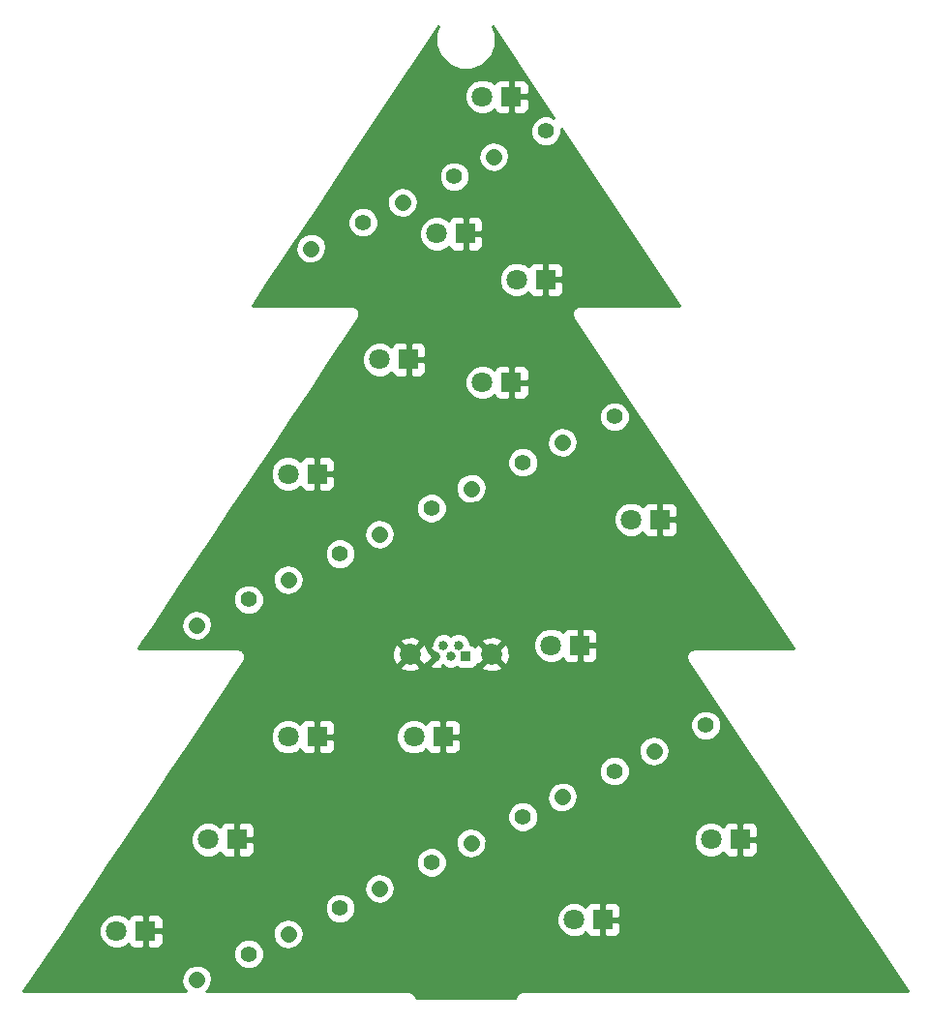
<source format=gbl>
G04 #@! TF.FileFunction,Copper,L2,Bot,Signal*
%FSLAX46Y46*%
G04 Gerber Fmt 4.6, Leading zero omitted, Abs format (unit mm)*
G04 Created by KiCad (PCBNEW 4.0.7) date Thursday, December 28, 2017 'PMt' 08:09:31 PM*
%MOMM*%
%LPD*%
G01*
G04 APERTURE LIST*
%ADD10C,0.100000*%
%ADD11R,1.800000X1.800000*%
%ADD12C,1.800000*%
%ADD13C,1.400000*%
%ADD14C,1.400000*%
%ADD15R,0.840000X0.840000*%
%ADD16C,0.840000*%
%ADD17C,1.850000*%
%ADD18C,0.254000*%
G04 APERTURE END LIST*
D10*
D11*
X140500000Y-31500000D03*
D12*
X137960000Y-31500000D03*
D11*
X131500000Y-54500000D03*
D12*
X128960000Y-54500000D03*
D11*
X123500000Y-64500000D03*
D12*
X120960000Y-64500000D03*
D11*
X153500000Y-68500000D03*
D12*
X150960000Y-68500000D03*
D11*
X136500000Y-43500000D03*
D12*
X133960000Y-43500000D03*
D11*
X143500000Y-47500000D03*
D12*
X140960000Y-47500000D03*
D11*
X108500000Y-104500000D03*
D12*
X105960000Y-104500000D03*
D11*
X116500000Y-96500000D03*
D12*
X113960000Y-96500000D03*
D11*
X140500000Y-56500000D03*
D12*
X137960000Y-56500000D03*
D11*
X134500000Y-87500000D03*
D12*
X131960000Y-87500000D03*
D11*
X123500000Y-87500000D03*
D12*
X120960000Y-87500000D03*
D11*
X146500000Y-79500000D03*
D12*
X143960000Y-79500000D03*
D11*
X148500000Y-103500000D03*
D12*
X145960000Y-103500000D03*
D11*
X160500000Y-96500000D03*
D12*
X157960000Y-96500000D03*
D13*
X157500000Y-86500000D03*
D14*
X152957696Y-88774616D02*
X152957696Y-88774616D01*
D13*
X149500000Y-90500000D03*
D14*
X144957696Y-92774616D02*
X144957696Y-92774616D01*
D13*
X141500000Y-94500000D03*
D14*
X136957696Y-96774616D02*
X136957696Y-96774616D01*
D13*
X133500000Y-98500000D03*
D14*
X128957696Y-100774616D02*
X128957696Y-100774616D01*
D13*
X125500000Y-102500000D03*
D14*
X120957696Y-104774616D02*
X120957696Y-104774616D01*
D13*
X117500000Y-106500000D03*
D14*
X112957696Y-108774616D02*
X112957696Y-108774616D01*
D13*
X149500000Y-59500000D03*
D14*
X144957696Y-61774616D02*
X144957696Y-61774616D01*
D13*
X141500000Y-63500000D03*
D14*
X136957696Y-65774616D02*
X136957696Y-65774616D01*
D13*
X133500000Y-67500000D03*
D14*
X128957696Y-69774616D02*
X128957696Y-69774616D01*
D13*
X125500000Y-71500000D03*
D14*
X120957696Y-73774616D02*
X120957696Y-73774616D01*
D13*
X117500000Y-75500000D03*
D14*
X112957696Y-77774616D02*
X112957696Y-77774616D01*
D13*
X143500000Y-34500000D03*
D14*
X138957696Y-36774616D02*
X138957696Y-36774616D01*
D13*
X135500000Y-38500000D03*
D14*
X130957696Y-40774616D02*
X130957696Y-40774616D01*
D13*
X127500000Y-42500000D03*
D14*
X122957696Y-44774616D02*
X122957696Y-44774616D01*
D15*
X136500000Y-80500000D03*
D16*
X135850000Y-79500000D03*
X135200000Y-80500000D03*
X134550000Y-79500000D03*
X133900000Y-80500000D03*
D17*
X138775000Y-80280000D03*
X131625000Y-80280000D03*
D18*
G36*
X133865458Y-25973567D02*
X133864543Y-27021834D01*
X134264853Y-27990658D01*
X135005443Y-28732542D01*
X135973567Y-29134542D01*
X137021834Y-29135457D01*
X137990658Y-28735147D01*
X138732542Y-27994557D01*
X139134542Y-27026433D01*
X139135457Y-25978166D01*
X138869196Y-25333765D01*
X144213992Y-33350959D01*
X143766713Y-33165232D01*
X143235617Y-33164769D01*
X142744771Y-33367582D01*
X142368902Y-33742796D01*
X142165232Y-34233287D01*
X142164769Y-34764383D01*
X142367582Y-35255229D01*
X142742796Y-35631098D01*
X143233287Y-35834768D01*
X143764383Y-35835231D01*
X144255229Y-35632418D01*
X144631098Y-35257204D01*
X144834768Y-34766713D01*
X144835190Y-34282756D01*
X155173353Y-49790000D01*
X146500000Y-49790000D01*
X146431777Y-49803571D01*
X146362214Y-49803498D01*
X146297238Y-49830332D01*
X146228295Y-49844046D01*
X146170459Y-49882690D01*
X146106163Y-49909244D01*
X146056404Y-49958899D01*
X145997954Y-49997954D01*
X145959307Y-50055794D01*
X145910070Y-50104928D01*
X145883100Y-50169846D01*
X145844046Y-50228295D01*
X145830476Y-50296515D01*
X145803787Y-50360757D01*
X145803714Y-50431057D01*
X145790000Y-50500000D01*
X145803571Y-50568223D01*
X145803498Y-50637786D01*
X145830332Y-50702762D01*
X145844046Y-50771705D01*
X145882690Y-50829541D01*
X145909244Y-50893837D01*
X165173353Y-79790000D01*
X156500000Y-79790000D01*
X156431777Y-79803571D01*
X156362214Y-79803498D01*
X156297238Y-79830332D01*
X156228295Y-79844046D01*
X156170459Y-79882690D01*
X156106163Y-79909244D01*
X156056404Y-79958899D01*
X155997954Y-79997954D01*
X155959307Y-80055794D01*
X155910070Y-80104928D01*
X155883100Y-80169846D01*
X155844046Y-80228295D01*
X155830476Y-80296515D01*
X155803787Y-80360757D01*
X155803714Y-80431057D01*
X155790000Y-80500000D01*
X155803571Y-80568223D01*
X155803498Y-80637786D01*
X155830332Y-80702762D01*
X155844046Y-80771705D01*
X155882690Y-80829541D01*
X155909244Y-80893837D01*
X175173353Y-109790000D01*
X141500000Y-109790000D01*
X141228295Y-109844046D01*
X140997954Y-109997954D01*
X140844046Y-110228295D01*
X140815262Y-110373000D01*
X132184738Y-110373000D01*
X132155954Y-110228295D01*
X132002046Y-109997954D01*
X131771705Y-109844046D01*
X131500000Y-109790000D01*
X113793234Y-109790000D01*
X113990151Y-109636978D01*
X114247835Y-109184289D01*
X114312665Y-108667448D01*
X114174775Y-108165140D01*
X113855156Y-107753836D01*
X113402467Y-107496152D01*
X112885625Y-107431322D01*
X112383317Y-107569212D01*
X112336545Y-107592634D01*
X111925241Y-107912254D01*
X111667558Y-108364942D01*
X111602727Y-108881784D01*
X111740617Y-109384092D01*
X112056044Y-109790000D01*
X97826647Y-109790000D01*
X99843725Y-106764383D01*
X116164769Y-106764383D01*
X116367582Y-107255229D01*
X116742796Y-107631098D01*
X117233287Y-107834768D01*
X117764383Y-107835231D01*
X118255229Y-107632418D01*
X118631098Y-107257204D01*
X118834768Y-106766713D01*
X118835231Y-106235617D01*
X118632418Y-105744771D01*
X118257204Y-105368902D01*
X117766713Y-105165232D01*
X117235617Y-105164769D01*
X116744771Y-105367582D01*
X116368902Y-105742796D01*
X116165232Y-106233287D01*
X116164769Y-106764383D01*
X99843725Y-106764383D01*
X101150653Y-104803991D01*
X104424735Y-104803991D01*
X104657932Y-105368371D01*
X105089357Y-105800551D01*
X105653330Y-106034733D01*
X106263991Y-106035265D01*
X106828371Y-105802068D01*
X107005841Y-105624908D01*
X107061673Y-105759699D01*
X107240302Y-105938327D01*
X107473691Y-106035000D01*
X108214250Y-106035000D01*
X108373000Y-105876250D01*
X108373000Y-104627000D01*
X108627000Y-104627000D01*
X108627000Y-105876250D01*
X108785750Y-106035000D01*
X109526309Y-106035000D01*
X109759698Y-105938327D01*
X109938327Y-105759699D01*
X110035000Y-105526310D01*
X110035000Y-104881784D01*
X119602727Y-104881784D01*
X119740617Y-105384092D01*
X120060237Y-105795396D01*
X120512925Y-106053079D01*
X121029767Y-106117910D01*
X121532075Y-105980020D01*
X121578847Y-105956597D01*
X121990151Y-105636978D01*
X122247835Y-105184289D01*
X122312665Y-104667448D01*
X122174775Y-104165140D01*
X121855156Y-103753836D01*
X121402467Y-103496152D01*
X120885625Y-103431322D01*
X120383317Y-103569212D01*
X120336545Y-103592634D01*
X119925241Y-103912254D01*
X119667558Y-104364942D01*
X119602727Y-104881784D01*
X110035000Y-104881784D01*
X110035000Y-104785750D01*
X109876250Y-104627000D01*
X108627000Y-104627000D01*
X108373000Y-104627000D01*
X108353000Y-104627000D01*
X108353000Y-104373000D01*
X108373000Y-104373000D01*
X108373000Y-103123750D01*
X108627000Y-103123750D01*
X108627000Y-104373000D01*
X109876250Y-104373000D01*
X110035000Y-104214250D01*
X110035000Y-103473690D01*
X109938327Y-103240301D01*
X109759698Y-103061673D01*
X109526309Y-102965000D01*
X108785750Y-102965000D01*
X108627000Y-103123750D01*
X108373000Y-103123750D01*
X108214250Y-102965000D01*
X107473691Y-102965000D01*
X107240302Y-103061673D01*
X107061673Y-103240301D01*
X107005881Y-103374994D01*
X106830643Y-103199449D01*
X106266670Y-102965267D01*
X105656009Y-102964735D01*
X105091629Y-103197932D01*
X104659449Y-103629357D01*
X104425267Y-104193330D01*
X104424735Y-104803991D01*
X101150653Y-104803991D01*
X102510391Y-102764383D01*
X124164769Y-102764383D01*
X124367582Y-103255229D01*
X124742796Y-103631098D01*
X125233287Y-103834768D01*
X125764383Y-103835231D01*
X125839989Y-103803991D01*
X144424735Y-103803991D01*
X144657932Y-104368371D01*
X145089357Y-104800551D01*
X145653330Y-105034733D01*
X146263991Y-105035265D01*
X146828371Y-104802068D01*
X147005841Y-104624908D01*
X147061673Y-104759699D01*
X147240302Y-104938327D01*
X147473691Y-105035000D01*
X148214250Y-105035000D01*
X148373000Y-104876250D01*
X148373000Y-103627000D01*
X148627000Y-103627000D01*
X148627000Y-104876250D01*
X148785750Y-105035000D01*
X149526309Y-105035000D01*
X149759698Y-104938327D01*
X149938327Y-104759699D01*
X150035000Y-104526310D01*
X150035000Y-103785750D01*
X149876250Y-103627000D01*
X148627000Y-103627000D01*
X148373000Y-103627000D01*
X148353000Y-103627000D01*
X148353000Y-103373000D01*
X148373000Y-103373000D01*
X148373000Y-102123750D01*
X148627000Y-102123750D01*
X148627000Y-103373000D01*
X149876250Y-103373000D01*
X150035000Y-103214250D01*
X150035000Y-102473690D01*
X149938327Y-102240301D01*
X149759698Y-102061673D01*
X149526309Y-101965000D01*
X148785750Y-101965000D01*
X148627000Y-102123750D01*
X148373000Y-102123750D01*
X148214250Y-101965000D01*
X147473691Y-101965000D01*
X147240302Y-102061673D01*
X147061673Y-102240301D01*
X147005881Y-102374994D01*
X146830643Y-102199449D01*
X146266670Y-101965267D01*
X145656009Y-101964735D01*
X145091629Y-102197932D01*
X144659449Y-102629357D01*
X144425267Y-103193330D01*
X144424735Y-103803991D01*
X125839989Y-103803991D01*
X126255229Y-103632418D01*
X126631098Y-103257204D01*
X126834768Y-102766713D01*
X126835231Y-102235617D01*
X126632418Y-101744771D01*
X126257204Y-101368902D01*
X125766713Y-101165232D01*
X125235617Y-101164769D01*
X124744771Y-101367582D01*
X124368902Y-101742796D01*
X124165232Y-102233287D01*
X124164769Y-102764383D01*
X102510391Y-102764383D01*
X103765457Y-100881784D01*
X127602727Y-100881784D01*
X127740617Y-101384092D01*
X128060237Y-101795396D01*
X128512925Y-102053079D01*
X129029767Y-102117910D01*
X129532075Y-101980020D01*
X129578847Y-101956597D01*
X129990151Y-101636978D01*
X130247835Y-101184289D01*
X130312665Y-100667448D01*
X130174775Y-100165140D01*
X129855156Y-99753836D01*
X129402467Y-99496152D01*
X128885625Y-99431322D01*
X128383317Y-99569212D01*
X128336545Y-99592634D01*
X127925241Y-99912254D01*
X127667558Y-100364942D01*
X127602727Y-100881784D01*
X103765457Y-100881784D01*
X105177057Y-98764383D01*
X132164769Y-98764383D01*
X132367582Y-99255229D01*
X132742796Y-99631098D01*
X133233287Y-99834768D01*
X133764383Y-99835231D01*
X134255229Y-99632418D01*
X134631098Y-99257204D01*
X134834768Y-98766713D01*
X134835231Y-98235617D01*
X134632418Y-97744771D01*
X134257204Y-97368902D01*
X133766713Y-97165232D01*
X133235617Y-97164769D01*
X132744771Y-97367582D01*
X132368902Y-97742796D01*
X132165232Y-98233287D01*
X132164769Y-98764383D01*
X105177057Y-98764383D01*
X106483986Y-96803991D01*
X112424735Y-96803991D01*
X112657932Y-97368371D01*
X113089357Y-97800551D01*
X113653330Y-98034733D01*
X114263991Y-98035265D01*
X114828371Y-97802068D01*
X115005841Y-97624908D01*
X115061673Y-97759699D01*
X115240302Y-97938327D01*
X115473691Y-98035000D01*
X116214250Y-98035000D01*
X116373000Y-97876250D01*
X116373000Y-96627000D01*
X116627000Y-96627000D01*
X116627000Y-97876250D01*
X116785750Y-98035000D01*
X117526309Y-98035000D01*
X117759698Y-97938327D01*
X117938327Y-97759699D01*
X118035000Y-97526310D01*
X118035000Y-96881784D01*
X135602727Y-96881784D01*
X135740617Y-97384092D01*
X136060237Y-97795396D01*
X136512925Y-98053079D01*
X137029767Y-98117910D01*
X137532075Y-97980020D01*
X137578847Y-97956597D01*
X137990151Y-97636978D01*
X138247835Y-97184289D01*
X138295537Y-96803991D01*
X156424735Y-96803991D01*
X156657932Y-97368371D01*
X157089357Y-97800551D01*
X157653330Y-98034733D01*
X158263991Y-98035265D01*
X158828371Y-97802068D01*
X159005841Y-97624908D01*
X159061673Y-97759699D01*
X159240302Y-97938327D01*
X159473691Y-98035000D01*
X160214250Y-98035000D01*
X160373000Y-97876250D01*
X160373000Y-96627000D01*
X160627000Y-96627000D01*
X160627000Y-97876250D01*
X160785750Y-98035000D01*
X161526309Y-98035000D01*
X161759698Y-97938327D01*
X161938327Y-97759699D01*
X162035000Y-97526310D01*
X162035000Y-96785750D01*
X161876250Y-96627000D01*
X160627000Y-96627000D01*
X160373000Y-96627000D01*
X160353000Y-96627000D01*
X160353000Y-96373000D01*
X160373000Y-96373000D01*
X160373000Y-95123750D01*
X160627000Y-95123750D01*
X160627000Y-96373000D01*
X161876250Y-96373000D01*
X162035000Y-96214250D01*
X162035000Y-95473690D01*
X161938327Y-95240301D01*
X161759698Y-95061673D01*
X161526309Y-94965000D01*
X160785750Y-94965000D01*
X160627000Y-95123750D01*
X160373000Y-95123750D01*
X160214250Y-94965000D01*
X159473691Y-94965000D01*
X159240302Y-95061673D01*
X159061673Y-95240301D01*
X159005881Y-95374994D01*
X158830643Y-95199449D01*
X158266670Y-94965267D01*
X157656009Y-94964735D01*
X157091629Y-95197932D01*
X156659449Y-95629357D01*
X156425267Y-96193330D01*
X156424735Y-96803991D01*
X138295537Y-96803991D01*
X138312665Y-96667448D01*
X138174775Y-96165140D01*
X137855156Y-95753836D01*
X137402467Y-95496152D01*
X136885625Y-95431322D01*
X136383317Y-95569212D01*
X136336545Y-95592634D01*
X135925241Y-95912254D01*
X135667558Y-96364942D01*
X135602727Y-96881784D01*
X118035000Y-96881784D01*
X118035000Y-96785750D01*
X117876250Y-96627000D01*
X116627000Y-96627000D01*
X116373000Y-96627000D01*
X116353000Y-96627000D01*
X116353000Y-96373000D01*
X116373000Y-96373000D01*
X116373000Y-95123750D01*
X116627000Y-95123750D01*
X116627000Y-96373000D01*
X117876250Y-96373000D01*
X118035000Y-96214250D01*
X118035000Y-95473690D01*
X117938327Y-95240301D01*
X117759698Y-95061673D01*
X117526309Y-94965000D01*
X116785750Y-94965000D01*
X116627000Y-95123750D01*
X116373000Y-95123750D01*
X116214250Y-94965000D01*
X115473691Y-94965000D01*
X115240302Y-95061673D01*
X115061673Y-95240301D01*
X115005881Y-95374994D01*
X114830643Y-95199449D01*
X114266670Y-94965267D01*
X113656009Y-94964735D01*
X113091629Y-95197932D01*
X112659449Y-95629357D01*
X112425267Y-96193330D01*
X112424735Y-96803991D01*
X106483986Y-96803991D01*
X107843724Y-94764383D01*
X140164769Y-94764383D01*
X140367582Y-95255229D01*
X140742796Y-95631098D01*
X141233287Y-95834768D01*
X141764383Y-95835231D01*
X142255229Y-95632418D01*
X142631098Y-95257204D01*
X142834768Y-94766713D01*
X142835231Y-94235617D01*
X142632418Y-93744771D01*
X142257204Y-93368902D01*
X141766713Y-93165232D01*
X141235617Y-93164769D01*
X140744771Y-93367582D01*
X140368902Y-93742796D01*
X140165232Y-94233287D01*
X140164769Y-94764383D01*
X107843724Y-94764383D01*
X109098790Y-92881784D01*
X143602727Y-92881784D01*
X143740617Y-93384092D01*
X144060237Y-93795396D01*
X144512925Y-94053079D01*
X145029767Y-94117910D01*
X145532075Y-93980020D01*
X145578847Y-93956597D01*
X145990151Y-93636978D01*
X146247835Y-93184289D01*
X146312665Y-92667448D01*
X146174775Y-92165140D01*
X145855156Y-91753836D01*
X145402467Y-91496152D01*
X144885625Y-91431322D01*
X144383317Y-91569212D01*
X144336545Y-91592634D01*
X143925241Y-91912254D01*
X143667558Y-92364942D01*
X143602727Y-92881784D01*
X109098790Y-92881784D01*
X110510390Y-90764383D01*
X148164769Y-90764383D01*
X148367582Y-91255229D01*
X148742796Y-91631098D01*
X149233287Y-91834768D01*
X149764383Y-91835231D01*
X150255229Y-91632418D01*
X150631098Y-91257204D01*
X150834768Y-90766713D01*
X150835231Y-90235617D01*
X150632418Y-89744771D01*
X150257204Y-89368902D01*
X149766713Y-89165232D01*
X149235617Y-89164769D01*
X148744771Y-89367582D01*
X148368902Y-89742796D01*
X148165232Y-90233287D01*
X148164769Y-90764383D01*
X110510390Y-90764383D01*
X112483986Y-87803991D01*
X119424735Y-87803991D01*
X119657932Y-88368371D01*
X120089357Y-88800551D01*
X120653330Y-89034733D01*
X121263991Y-89035265D01*
X121828371Y-88802068D01*
X122005841Y-88624908D01*
X122061673Y-88759699D01*
X122240302Y-88938327D01*
X122473691Y-89035000D01*
X123214250Y-89035000D01*
X123373000Y-88876250D01*
X123373000Y-87627000D01*
X123627000Y-87627000D01*
X123627000Y-88876250D01*
X123785750Y-89035000D01*
X124526309Y-89035000D01*
X124759698Y-88938327D01*
X124938327Y-88759699D01*
X125035000Y-88526310D01*
X125035000Y-87803991D01*
X130424735Y-87803991D01*
X130657932Y-88368371D01*
X131089357Y-88800551D01*
X131653330Y-89034733D01*
X132263991Y-89035265D01*
X132828371Y-88802068D01*
X133005841Y-88624908D01*
X133061673Y-88759699D01*
X133240302Y-88938327D01*
X133473691Y-89035000D01*
X134214250Y-89035000D01*
X134373000Y-88876250D01*
X134373000Y-87627000D01*
X134627000Y-87627000D01*
X134627000Y-88876250D01*
X134785750Y-89035000D01*
X135526309Y-89035000D01*
X135759698Y-88938327D01*
X135816241Y-88881784D01*
X151602727Y-88881784D01*
X151740617Y-89384092D01*
X152060237Y-89795396D01*
X152512925Y-90053079D01*
X153029767Y-90117910D01*
X153532075Y-89980020D01*
X153578847Y-89956597D01*
X153990151Y-89636978D01*
X154247835Y-89184289D01*
X154312665Y-88667448D01*
X154174775Y-88165140D01*
X153855156Y-87753836D01*
X153402467Y-87496152D01*
X152885625Y-87431322D01*
X152383317Y-87569212D01*
X152336545Y-87592634D01*
X151925241Y-87912254D01*
X151667558Y-88364942D01*
X151602727Y-88881784D01*
X135816241Y-88881784D01*
X135938327Y-88759699D01*
X136035000Y-88526310D01*
X136035000Y-87785750D01*
X135876250Y-87627000D01*
X134627000Y-87627000D01*
X134373000Y-87627000D01*
X134353000Y-87627000D01*
X134353000Y-87373000D01*
X134373000Y-87373000D01*
X134373000Y-86123750D01*
X134627000Y-86123750D01*
X134627000Y-87373000D01*
X135876250Y-87373000D01*
X136035000Y-87214250D01*
X136035000Y-86764383D01*
X156164769Y-86764383D01*
X156367582Y-87255229D01*
X156742796Y-87631098D01*
X157233287Y-87834768D01*
X157764383Y-87835231D01*
X158255229Y-87632418D01*
X158631098Y-87257204D01*
X158834768Y-86766713D01*
X158835231Y-86235617D01*
X158632418Y-85744771D01*
X158257204Y-85368902D01*
X157766713Y-85165232D01*
X157235617Y-85164769D01*
X156744771Y-85367582D01*
X156368902Y-85742796D01*
X156165232Y-86233287D01*
X156164769Y-86764383D01*
X136035000Y-86764383D01*
X136035000Y-86473690D01*
X135938327Y-86240301D01*
X135759698Y-86061673D01*
X135526309Y-85965000D01*
X134785750Y-85965000D01*
X134627000Y-86123750D01*
X134373000Y-86123750D01*
X134214250Y-85965000D01*
X133473691Y-85965000D01*
X133240302Y-86061673D01*
X133061673Y-86240301D01*
X133005881Y-86374994D01*
X132830643Y-86199449D01*
X132266670Y-85965267D01*
X131656009Y-85964735D01*
X131091629Y-86197932D01*
X130659449Y-86629357D01*
X130425267Y-87193330D01*
X130424735Y-87803991D01*
X125035000Y-87803991D01*
X125035000Y-87785750D01*
X124876250Y-87627000D01*
X123627000Y-87627000D01*
X123373000Y-87627000D01*
X123353000Y-87627000D01*
X123353000Y-87373000D01*
X123373000Y-87373000D01*
X123373000Y-86123750D01*
X123627000Y-86123750D01*
X123627000Y-87373000D01*
X124876250Y-87373000D01*
X125035000Y-87214250D01*
X125035000Y-86473690D01*
X124938327Y-86240301D01*
X124759698Y-86061673D01*
X124526309Y-85965000D01*
X123785750Y-85965000D01*
X123627000Y-86123750D01*
X123373000Y-86123750D01*
X123214250Y-85965000D01*
X122473691Y-85965000D01*
X122240302Y-86061673D01*
X122061673Y-86240301D01*
X122005881Y-86374994D01*
X121830643Y-86199449D01*
X121266670Y-85965267D01*
X120656009Y-85964735D01*
X120091629Y-86197932D01*
X119659449Y-86629357D01*
X119425267Y-87193330D01*
X119424735Y-87803991D01*
X112483986Y-87803991D01*
X116767809Y-81378256D01*
X130706349Y-81378256D01*
X130795821Y-81637332D01*
X131378368Y-81851325D01*
X131998461Y-81826097D01*
X132454179Y-81637332D01*
X132543651Y-81378256D01*
X131625000Y-80459605D01*
X130706349Y-81378256D01*
X116767809Y-81378256D01*
X117090756Y-80893837D01*
X117117309Y-80829541D01*
X117155954Y-80771705D01*
X117169668Y-80702760D01*
X117196502Y-80637785D01*
X117196429Y-80568223D01*
X117210000Y-80500000D01*
X117196286Y-80431057D01*
X117196213Y-80360757D01*
X117169524Y-80296515D01*
X117155954Y-80228295D01*
X117116900Y-80169846D01*
X117089930Y-80104928D01*
X117040693Y-80055794D01*
X117025709Y-80033368D01*
X130053675Y-80033368D01*
X130078903Y-80653461D01*
X130267668Y-81109179D01*
X130526744Y-81198651D01*
X131445395Y-80280000D01*
X131804605Y-80280000D01*
X132723256Y-81198651D01*
X132982332Y-81109179D01*
X133010822Y-81031622D01*
X133168087Y-81052308D01*
X133720395Y-80500000D01*
X133172970Y-79952575D01*
X133171097Y-79906539D01*
X133113749Y-79768087D01*
X133347692Y-79768087D01*
X133640066Y-80060461D01*
X133655093Y-80096829D01*
X133951610Y-80393864D01*
X134037361Y-80429471D01*
X134093748Y-80485858D01*
X134079605Y-80500000D01*
X134093748Y-80514143D01*
X133914143Y-80693748D01*
X133900000Y-80679605D01*
X133347692Y-81231913D01*
X133374905Y-81438796D01*
X133774137Y-81568279D01*
X134192531Y-81535127D01*
X134425095Y-81438796D01*
X134450868Y-81242859D01*
X134601610Y-81393864D01*
X134989227Y-81554817D01*
X135408932Y-81555183D01*
X135705489Y-81432648D01*
X135828110Y-81516431D01*
X136080000Y-81567440D01*
X136920000Y-81567440D01*
X137155317Y-81523162D01*
X137371441Y-81384090D01*
X137375427Y-81378256D01*
X137856349Y-81378256D01*
X137945821Y-81637332D01*
X138528368Y-81851325D01*
X139148461Y-81826097D01*
X139604179Y-81637332D01*
X139693651Y-81378256D01*
X138775000Y-80459605D01*
X137856349Y-81378256D01*
X137375427Y-81378256D01*
X137516431Y-81171890D01*
X137521845Y-81145156D01*
X137676744Y-81198651D01*
X138595395Y-80280000D01*
X138954605Y-80280000D01*
X139873256Y-81198651D01*
X140132332Y-81109179D01*
X140346325Y-80526632D01*
X140321097Y-79906539D01*
X140278621Y-79803991D01*
X142424735Y-79803991D01*
X142657932Y-80368371D01*
X143089357Y-80800551D01*
X143653330Y-81034733D01*
X144263991Y-81035265D01*
X144828371Y-80802068D01*
X145005841Y-80624908D01*
X145061673Y-80759699D01*
X145240302Y-80938327D01*
X145473691Y-81035000D01*
X146214250Y-81035000D01*
X146373000Y-80876250D01*
X146373000Y-79627000D01*
X146627000Y-79627000D01*
X146627000Y-80876250D01*
X146785750Y-81035000D01*
X147526309Y-81035000D01*
X147759698Y-80938327D01*
X147938327Y-80759699D01*
X148035000Y-80526310D01*
X148035000Y-79785750D01*
X147876250Y-79627000D01*
X146627000Y-79627000D01*
X146373000Y-79627000D01*
X146353000Y-79627000D01*
X146353000Y-79373000D01*
X146373000Y-79373000D01*
X146373000Y-78123750D01*
X146627000Y-78123750D01*
X146627000Y-79373000D01*
X147876250Y-79373000D01*
X148035000Y-79214250D01*
X148035000Y-78473690D01*
X147938327Y-78240301D01*
X147759698Y-78061673D01*
X147526309Y-77965000D01*
X146785750Y-77965000D01*
X146627000Y-78123750D01*
X146373000Y-78123750D01*
X146214250Y-77965000D01*
X145473691Y-77965000D01*
X145240302Y-78061673D01*
X145061673Y-78240301D01*
X145005881Y-78374994D01*
X144830643Y-78199449D01*
X144266670Y-77965267D01*
X143656009Y-77964735D01*
X143091629Y-78197932D01*
X142659449Y-78629357D01*
X142425267Y-79193330D01*
X142424735Y-79803991D01*
X140278621Y-79803991D01*
X140132332Y-79450821D01*
X139873256Y-79361349D01*
X138954605Y-80280000D01*
X138595395Y-80280000D01*
X137676744Y-79361349D01*
X137417668Y-79450821D01*
X137358740Y-79611238D01*
X137171890Y-79483569D01*
X136920000Y-79432560D01*
X136905060Y-79432560D01*
X136905183Y-79291068D01*
X136860012Y-79181744D01*
X137856349Y-79181744D01*
X138775000Y-80100395D01*
X139693651Y-79181744D01*
X139604179Y-78922668D01*
X139021632Y-78708675D01*
X138401539Y-78733903D01*
X137945821Y-78922668D01*
X137856349Y-79181744D01*
X136860012Y-79181744D01*
X136744907Y-78903171D01*
X136448390Y-78606136D01*
X136060773Y-78445183D01*
X135641068Y-78444817D01*
X135253171Y-78605093D01*
X135200168Y-78658004D01*
X135148390Y-78606136D01*
X134760773Y-78445183D01*
X134341068Y-78444817D01*
X133953171Y-78605093D01*
X133656136Y-78901610D01*
X133495183Y-79289227D01*
X133494989Y-79511464D01*
X133374905Y-79561204D01*
X133347692Y-79768087D01*
X133113749Y-79768087D01*
X132982332Y-79450821D01*
X132723256Y-79361349D01*
X131804605Y-80280000D01*
X131445395Y-80280000D01*
X130526744Y-79361349D01*
X130267668Y-79450821D01*
X130053675Y-80033368D01*
X117025709Y-80033368D01*
X117002046Y-79997954D01*
X116943596Y-79958899D01*
X116893837Y-79909244D01*
X116829541Y-79882690D01*
X116771705Y-79844046D01*
X116702762Y-79830332D01*
X116637786Y-79803498D01*
X116568223Y-79803571D01*
X116500000Y-79790000D01*
X107826647Y-79790000D01*
X108232151Y-79181744D01*
X130706349Y-79181744D01*
X131625000Y-80100395D01*
X132543651Y-79181744D01*
X132454179Y-78922668D01*
X131871632Y-78708675D01*
X131251539Y-78733903D01*
X130795821Y-78922668D01*
X130706349Y-79181744D01*
X108232151Y-79181744D01*
X109098791Y-77881784D01*
X111602727Y-77881784D01*
X111740617Y-78384092D01*
X112060237Y-78795396D01*
X112512925Y-79053079D01*
X113029767Y-79117910D01*
X113532075Y-78980020D01*
X113578847Y-78956597D01*
X113990151Y-78636978D01*
X114247835Y-78184289D01*
X114312665Y-77667448D01*
X114174775Y-77165140D01*
X113855156Y-76753836D01*
X113402467Y-76496152D01*
X112885625Y-76431322D01*
X112383317Y-76569212D01*
X112336545Y-76592634D01*
X111925241Y-76912254D01*
X111667558Y-77364942D01*
X111602727Y-77881784D01*
X109098791Y-77881784D01*
X110510391Y-75764383D01*
X116164769Y-75764383D01*
X116367582Y-76255229D01*
X116742796Y-76631098D01*
X117233287Y-76834768D01*
X117764383Y-76835231D01*
X118255229Y-76632418D01*
X118631098Y-76257204D01*
X118834768Y-75766713D01*
X118835231Y-75235617D01*
X118632418Y-74744771D01*
X118257204Y-74368902D01*
X117766713Y-74165232D01*
X117235617Y-74164769D01*
X116744771Y-74367582D01*
X116368902Y-74742796D01*
X116165232Y-75233287D01*
X116164769Y-75764383D01*
X110510391Y-75764383D01*
X111765457Y-73881784D01*
X119602727Y-73881784D01*
X119740617Y-74384092D01*
X120060237Y-74795396D01*
X120512925Y-75053079D01*
X121029767Y-75117910D01*
X121532075Y-74980020D01*
X121578847Y-74956597D01*
X121990151Y-74636978D01*
X122247835Y-74184289D01*
X122312665Y-73667448D01*
X122174775Y-73165140D01*
X121855156Y-72753836D01*
X121402467Y-72496152D01*
X120885625Y-72431322D01*
X120383317Y-72569212D01*
X120336545Y-72592634D01*
X119925241Y-72912254D01*
X119667558Y-73364942D01*
X119602727Y-73881784D01*
X111765457Y-73881784D01*
X113177057Y-71764383D01*
X124164769Y-71764383D01*
X124367582Y-72255229D01*
X124742796Y-72631098D01*
X125233287Y-72834768D01*
X125764383Y-72835231D01*
X126255229Y-72632418D01*
X126631098Y-72257204D01*
X126834768Y-71766713D01*
X126835231Y-71235617D01*
X126632418Y-70744771D01*
X126257204Y-70368902D01*
X125766713Y-70165232D01*
X125235617Y-70164769D01*
X124744771Y-70367582D01*
X124368902Y-70742796D01*
X124165232Y-71233287D01*
X124164769Y-71764383D01*
X113177057Y-71764383D01*
X114432123Y-69881784D01*
X127602727Y-69881784D01*
X127740617Y-70384092D01*
X128060237Y-70795396D01*
X128512925Y-71053079D01*
X129029767Y-71117910D01*
X129532075Y-70980020D01*
X129578847Y-70956597D01*
X129990151Y-70636978D01*
X130247835Y-70184289D01*
X130312665Y-69667448D01*
X130174775Y-69165140D01*
X129855156Y-68753836D01*
X129402467Y-68496152D01*
X128885625Y-68431322D01*
X128383317Y-68569212D01*
X128336545Y-68592634D01*
X127925241Y-68912254D01*
X127667558Y-69364942D01*
X127602727Y-69881784D01*
X114432123Y-69881784D01*
X115843723Y-67764383D01*
X132164769Y-67764383D01*
X132367582Y-68255229D01*
X132742796Y-68631098D01*
X133233287Y-68834768D01*
X133764383Y-68835231D01*
X133839989Y-68803991D01*
X149424735Y-68803991D01*
X149657932Y-69368371D01*
X150089357Y-69800551D01*
X150653330Y-70034733D01*
X151263991Y-70035265D01*
X151828371Y-69802068D01*
X152005841Y-69624908D01*
X152061673Y-69759699D01*
X152240302Y-69938327D01*
X152473691Y-70035000D01*
X153214250Y-70035000D01*
X153373000Y-69876250D01*
X153373000Y-68627000D01*
X153627000Y-68627000D01*
X153627000Y-69876250D01*
X153785750Y-70035000D01*
X154526309Y-70035000D01*
X154759698Y-69938327D01*
X154938327Y-69759699D01*
X155035000Y-69526310D01*
X155035000Y-68785750D01*
X154876250Y-68627000D01*
X153627000Y-68627000D01*
X153373000Y-68627000D01*
X153353000Y-68627000D01*
X153353000Y-68373000D01*
X153373000Y-68373000D01*
X153373000Y-67123750D01*
X153627000Y-67123750D01*
X153627000Y-68373000D01*
X154876250Y-68373000D01*
X155035000Y-68214250D01*
X155035000Y-67473690D01*
X154938327Y-67240301D01*
X154759698Y-67061673D01*
X154526309Y-66965000D01*
X153785750Y-66965000D01*
X153627000Y-67123750D01*
X153373000Y-67123750D01*
X153214250Y-66965000D01*
X152473691Y-66965000D01*
X152240302Y-67061673D01*
X152061673Y-67240301D01*
X152005881Y-67374994D01*
X151830643Y-67199449D01*
X151266670Y-66965267D01*
X150656009Y-66964735D01*
X150091629Y-67197932D01*
X149659449Y-67629357D01*
X149425267Y-68193330D01*
X149424735Y-68803991D01*
X133839989Y-68803991D01*
X134255229Y-68632418D01*
X134631098Y-68257204D01*
X134834768Y-67766713D01*
X134835231Y-67235617D01*
X134632418Y-66744771D01*
X134257204Y-66368902D01*
X133766713Y-66165232D01*
X133235617Y-66164769D01*
X132744771Y-66367582D01*
X132368902Y-66742796D01*
X132165232Y-67233287D01*
X132164769Y-67764383D01*
X115843723Y-67764383D01*
X117817319Y-64803991D01*
X119424735Y-64803991D01*
X119657932Y-65368371D01*
X120089357Y-65800551D01*
X120653330Y-66034733D01*
X121263991Y-66035265D01*
X121828371Y-65802068D01*
X122005841Y-65624908D01*
X122061673Y-65759699D01*
X122240302Y-65938327D01*
X122473691Y-66035000D01*
X123214250Y-66035000D01*
X123373000Y-65876250D01*
X123373000Y-64627000D01*
X123627000Y-64627000D01*
X123627000Y-65876250D01*
X123785750Y-66035000D01*
X124526309Y-66035000D01*
X124759698Y-65938327D01*
X124816241Y-65881784D01*
X135602727Y-65881784D01*
X135740617Y-66384092D01*
X136060237Y-66795396D01*
X136512925Y-67053079D01*
X137029767Y-67117910D01*
X137532075Y-66980020D01*
X137578847Y-66956597D01*
X137990151Y-66636978D01*
X138247835Y-66184289D01*
X138312665Y-65667448D01*
X138174775Y-65165140D01*
X137855156Y-64753836D01*
X137402467Y-64496152D01*
X136885625Y-64431322D01*
X136383317Y-64569212D01*
X136336545Y-64592634D01*
X135925241Y-64912254D01*
X135667558Y-65364942D01*
X135602727Y-65881784D01*
X124816241Y-65881784D01*
X124938327Y-65759699D01*
X125035000Y-65526310D01*
X125035000Y-64785750D01*
X124876250Y-64627000D01*
X123627000Y-64627000D01*
X123373000Y-64627000D01*
X123353000Y-64627000D01*
X123353000Y-64373000D01*
X123373000Y-64373000D01*
X123373000Y-63123750D01*
X123627000Y-63123750D01*
X123627000Y-64373000D01*
X124876250Y-64373000D01*
X125035000Y-64214250D01*
X125035000Y-63764383D01*
X140164769Y-63764383D01*
X140367582Y-64255229D01*
X140742796Y-64631098D01*
X141233287Y-64834768D01*
X141764383Y-64835231D01*
X142255229Y-64632418D01*
X142631098Y-64257204D01*
X142834768Y-63766713D01*
X142835231Y-63235617D01*
X142632418Y-62744771D01*
X142257204Y-62368902D01*
X141766713Y-62165232D01*
X141235617Y-62164769D01*
X140744771Y-62367582D01*
X140368902Y-62742796D01*
X140165232Y-63233287D01*
X140164769Y-63764383D01*
X125035000Y-63764383D01*
X125035000Y-63473690D01*
X124938327Y-63240301D01*
X124759698Y-63061673D01*
X124526309Y-62965000D01*
X123785750Y-62965000D01*
X123627000Y-63123750D01*
X123373000Y-63123750D01*
X123214250Y-62965000D01*
X122473691Y-62965000D01*
X122240302Y-63061673D01*
X122061673Y-63240301D01*
X122005881Y-63374994D01*
X121830643Y-63199449D01*
X121266670Y-62965267D01*
X120656009Y-62964735D01*
X120091629Y-63197932D01*
X119659449Y-63629357D01*
X119425267Y-64193330D01*
X119424735Y-64803991D01*
X117817319Y-64803991D01*
X119765456Y-61881784D01*
X143602727Y-61881784D01*
X143740617Y-62384092D01*
X144060237Y-62795396D01*
X144512925Y-63053079D01*
X145029767Y-63117910D01*
X145532075Y-62980020D01*
X145578847Y-62956597D01*
X145990151Y-62636978D01*
X146247835Y-62184289D01*
X146312665Y-61667448D01*
X146174775Y-61165140D01*
X145855156Y-60753836D01*
X145402467Y-60496152D01*
X144885625Y-60431322D01*
X144383317Y-60569212D01*
X144336545Y-60592634D01*
X143925241Y-60912254D01*
X143667558Y-61364942D01*
X143602727Y-61881784D01*
X119765456Y-61881784D01*
X121177056Y-59764383D01*
X148164769Y-59764383D01*
X148367582Y-60255229D01*
X148742796Y-60631098D01*
X149233287Y-60834768D01*
X149764383Y-60835231D01*
X150255229Y-60632418D01*
X150631098Y-60257204D01*
X150834768Y-59766713D01*
X150835231Y-59235617D01*
X150632418Y-58744771D01*
X150257204Y-58368902D01*
X149766713Y-58165232D01*
X149235617Y-58164769D01*
X148744771Y-58367582D01*
X148368902Y-58742796D01*
X148165232Y-59233287D01*
X148164769Y-59764383D01*
X121177056Y-59764383D01*
X123150652Y-56803991D01*
X136424735Y-56803991D01*
X136657932Y-57368371D01*
X137089357Y-57800551D01*
X137653330Y-58034733D01*
X138263991Y-58035265D01*
X138828371Y-57802068D01*
X139005841Y-57624908D01*
X139061673Y-57759699D01*
X139240302Y-57938327D01*
X139473691Y-58035000D01*
X140214250Y-58035000D01*
X140373000Y-57876250D01*
X140373000Y-56627000D01*
X140627000Y-56627000D01*
X140627000Y-57876250D01*
X140785750Y-58035000D01*
X141526309Y-58035000D01*
X141759698Y-57938327D01*
X141938327Y-57759699D01*
X142035000Y-57526310D01*
X142035000Y-56785750D01*
X141876250Y-56627000D01*
X140627000Y-56627000D01*
X140373000Y-56627000D01*
X140353000Y-56627000D01*
X140353000Y-56373000D01*
X140373000Y-56373000D01*
X140373000Y-55123750D01*
X140627000Y-55123750D01*
X140627000Y-56373000D01*
X141876250Y-56373000D01*
X142035000Y-56214250D01*
X142035000Y-55473690D01*
X141938327Y-55240301D01*
X141759698Y-55061673D01*
X141526309Y-54965000D01*
X140785750Y-54965000D01*
X140627000Y-55123750D01*
X140373000Y-55123750D01*
X140214250Y-54965000D01*
X139473691Y-54965000D01*
X139240302Y-55061673D01*
X139061673Y-55240301D01*
X139005881Y-55374994D01*
X138830643Y-55199449D01*
X138266670Y-54965267D01*
X137656009Y-54964735D01*
X137091629Y-55197932D01*
X136659449Y-55629357D01*
X136425267Y-56193330D01*
X136424735Y-56803991D01*
X123150652Y-56803991D01*
X124483986Y-54803991D01*
X127424735Y-54803991D01*
X127657932Y-55368371D01*
X128089357Y-55800551D01*
X128653330Y-56034733D01*
X129263991Y-56035265D01*
X129828371Y-55802068D01*
X130005841Y-55624908D01*
X130061673Y-55759699D01*
X130240302Y-55938327D01*
X130473691Y-56035000D01*
X131214250Y-56035000D01*
X131373000Y-55876250D01*
X131373000Y-54627000D01*
X131627000Y-54627000D01*
X131627000Y-55876250D01*
X131785750Y-56035000D01*
X132526309Y-56035000D01*
X132759698Y-55938327D01*
X132938327Y-55759699D01*
X133035000Y-55526310D01*
X133035000Y-54785750D01*
X132876250Y-54627000D01*
X131627000Y-54627000D01*
X131373000Y-54627000D01*
X131353000Y-54627000D01*
X131353000Y-54373000D01*
X131373000Y-54373000D01*
X131373000Y-53123750D01*
X131627000Y-53123750D01*
X131627000Y-54373000D01*
X132876250Y-54373000D01*
X133035000Y-54214250D01*
X133035000Y-53473690D01*
X132938327Y-53240301D01*
X132759698Y-53061673D01*
X132526309Y-52965000D01*
X131785750Y-52965000D01*
X131627000Y-53123750D01*
X131373000Y-53123750D01*
X131214250Y-52965000D01*
X130473691Y-52965000D01*
X130240302Y-53061673D01*
X130061673Y-53240301D01*
X130005881Y-53374994D01*
X129830643Y-53199449D01*
X129266670Y-52965267D01*
X128656009Y-52964735D01*
X128091629Y-53197932D01*
X127659449Y-53629357D01*
X127425267Y-54193330D01*
X127424735Y-54803991D01*
X124483986Y-54803991D01*
X127090756Y-50893837D01*
X127117309Y-50829541D01*
X127155954Y-50771705D01*
X127169668Y-50702760D01*
X127196502Y-50637785D01*
X127196429Y-50568223D01*
X127210000Y-50500000D01*
X127196286Y-50431057D01*
X127196213Y-50360757D01*
X127169524Y-50296515D01*
X127155954Y-50228295D01*
X127116900Y-50169846D01*
X127089930Y-50104928D01*
X127040693Y-50055794D01*
X127002046Y-49997954D01*
X126943596Y-49958899D01*
X126893837Y-49909244D01*
X126829541Y-49882690D01*
X126771705Y-49844046D01*
X126702762Y-49830332D01*
X126637786Y-49803498D01*
X126568223Y-49803571D01*
X126500000Y-49790000D01*
X117826647Y-49790000D01*
X119150653Y-47803991D01*
X139424735Y-47803991D01*
X139657932Y-48368371D01*
X140089357Y-48800551D01*
X140653330Y-49034733D01*
X141263991Y-49035265D01*
X141828371Y-48802068D01*
X142005841Y-48624908D01*
X142061673Y-48759699D01*
X142240302Y-48938327D01*
X142473691Y-49035000D01*
X143214250Y-49035000D01*
X143373000Y-48876250D01*
X143373000Y-47627000D01*
X143627000Y-47627000D01*
X143627000Y-48876250D01*
X143785750Y-49035000D01*
X144526309Y-49035000D01*
X144759698Y-48938327D01*
X144938327Y-48759699D01*
X145035000Y-48526310D01*
X145035000Y-47785750D01*
X144876250Y-47627000D01*
X143627000Y-47627000D01*
X143373000Y-47627000D01*
X143353000Y-47627000D01*
X143353000Y-47373000D01*
X143373000Y-47373000D01*
X143373000Y-46123750D01*
X143627000Y-46123750D01*
X143627000Y-47373000D01*
X144876250Y-47373000D01*
X145035000Y-47214250D01*
X145035000Y-46473690D01*
X144938327Y-46240301D01*
X144759698Y-46061673D01*
X144526309Y-45965000D01*
X143785750Y-45965000D01*
X143627000Y-46123750D01*
X143373000Y-46123750D01*
X143214250Y-45965000D01*
X142473691Y-45965000D01*
X142240302Y-46061673D01*
X142061673Y-46240301D01*
X142005881Y-46374994D01*
X141830643Y-46199449D01*
X141266670Y-45965267D01*
X140656009Y-45964735D01*
X140091629Y-46197932D01*
X139659449Y-46629357D01*
X139425267Y-47193330D01*
X139424735Y-47803991D01*
X119150653Y-47803991D01*
X121098791Y-44881784D01*
X121602727Y-44881784D01*
X121740617Y-45384092D01*
X122060237Y-45795396D01*
X122512925Y-46053079D01*
X123029767Y-46117910D01*
X123532075Y-45980020D01*
X123578847Y-45956597D01*
X123990151Y-45636978D01*
X124247835Y-45184289D01*
X124312665Y-44667448D01*
X124174775Y-44165140D01*
X123855156Y-43753836D01*
X123402467Y-43496152D01*
X122885625Y-43431322D01*
X122383317Y-43569212D01*
X122336545Y-43592634D01*
X121925241Y-43912254D01*
X121667558Y-44364942D01*
X121602727Y-44881784D01*
X121098791Y-44881784D01*
X122510391Y-42764383D01*
X126164769Y-42764383D01*
X126367582Y-43255229D01*
X126742796Y-43631098D01*
X127233287Y-43834768D01*
X127764383Y-43835231D01*
X127839989Y-43803991D01*
X132424735Y-43803991D01*
X132657932Y-44368371D01*
X133089357Y-44800551D01*
X133653330Y-45034733D01*
X134263991Y-45035265D01*
X134828371Y-44802068D01*
X135005841Y-44624908D01*
X135061673Y-44759699D01*
X135240302Y-44938327D01*
X135473691Y-45035000D01*
X136214250Y-45035000D01*
X136373000Y-44876250D01*
X136373000Y-43627000D01*
X136627000Y-43627000D01*
X136627000Y-44876250D01*
X136785750Y-45035000D01*
X137526309Y-45035000D01*
X137759698Y-44938327D01*
X137938327Y-44759699D01*
X138035000Y-44526310D01*
X138035000Y-43785750D01*
X137876250Y-43627000D01*
X136627000Y-43627000D01*
X136373000Y-43627000D01*
X136353000Y-43627000D01*
X136353000Y-43373000D01*
X136373000Y-43373000D01*
X136373000Y-42123750D01*
X136627000Y-42123750D01*
X136627000Y-43373000D01*
X137876250Y-43373000D01*
X138035000Y-43214250D01*
X138035000Y-42473690D01*
X137938327Y-42240301D01*
X137759698Y-42061673D01*
X137526309Y-41965000D01*
X136785750Y-41965000D01*
X136627000Y-42123750D01*
X136373000Y-42123750D01*
X136214250Y-41965000D01*
X135473691Y-41965000D01*
X135240302Y-42061673D01*
X135061673Y-42240301D01*
X135005881Y-42374994D01*
X134830643Y-42199449D01*
X134266670Y-41965267D01*
X133656009Y-41964735D01*
X133091629Y-42197932D01*
X132659449Y-42629357D01*
X132425267Y-43193330D01*
X132424735Y-43803991D01*
X127839989Y-43803991D01*
X128255229Y-43632418D01*
X128631098Y-43257204D01*
X128834768Y-42766713D01*
X128835231Y-42235617D01*
X128632418Y-41744771D01*
X128257204Y-41368902D01*
X127766713Y-41165232D01*
X127235617Y-41164769D01*
X126744771Y-41367582D01*
X126368902Y-41742796D01*
X126165232Y-42233287D01*
X126164769Y-42764383D01*
X122510391Y-42764383D01*
X123765457Y-40881784D01*
X129602727Y-40881784D01*
X129740617Y-41384092D01*
X130060237Y-41795396D01*
X130512925Y-42053079D01*
X131029767Y-42117910D01*
X131532075Y-41980020D01*
X131578847Y-41956597D01*
X131990151Y-41636978D01*
X132247835Y-41184289D01*
X132312665Y-40667448D01*
X132174775Y-40165140D01*
X131855156Y-39753836D01*
X131402467Y-39496152D01*
X130885625Y-39431322D01*
X130383317Y-39569212D01*
X130336545Y-39592634D01*
X129925241Y-39912254D01*
X129667558Y-40364942D01*
X129602727Y-40881784D01*
X123765457Y-40881784D01*
X125177057Y-38764383D01*
X134164769Y-38764383D01*
X134367582Y-39255229D01*
X134742796Y-39631098D01*
X135233287Y-39834768D01*
X135764383Y-39835231D01*
X136255229Y-39632418D01*
X136631098Y-39257204D01*
X136834768Y-38766713D01*
X136835231Y-38235617D01*
X136632418Y-37744771D01*
X136257204Y-37368902D01*
X135766713Y-37165232D01*
X135235617Y-37164769D01*
X134744771Y-37367582D01*
X134368902Y-37742796D01*
X134165232Y-38233287D01*
X134164769Y-38764383D01*
X125177057Y-38764383D01*
X126432123Y-36881784D01*
X137602727Y-36881784D01*
X137740617Y-37384092D01*
X138060237Y-37795396D01*
X138512925Y-38053079D01*
X139029767Y-38117910D01*
X139532075Y-37980020D01*
X139578847Y-37956597D01*
X139990151Y-37636978D01*
X140247835Y-37184289D01*
X140312665Y-36667448D01*
X140174775Y-36165140D01*
X139855156Y-35753836D01*
X139402467Y-35496152D01*
X138885625Y-35431322D01*
X138383317Y-35569212D01*
X138336545Y-35592634D01*
X137925241Y-35912254D01*
X137667558Y-36364942D01*
X137602727Y-36881784D01*
X126432123Y-36881784D01*
X129817319Y-31803991D01*
X136424735Y-31803991D01*
X136657932Y-32368371D01*
X137089357Y-32800551D01*
X137653330Y-33034733D01*
X138263991Y-33035265D01*
X138828371Y-32802068D01*
X139005841Y-32624908D01*
X139061673Y-32759699D01*
X139240302Y-32938327D01*
X139473691Y-33035000D01*
X140214250Y-33035000D01*
X140373000Y-32876250D01*
X140373000Y-31627000D01*
X140627000Y-31627000D01*
X140627000Y-32876250D01*
X140785750Y-33035000D01*
X141526309Y-33035000D01*
X141759698Y-32938327D01*
X141938327Y-32759699D01*
X142035000Y-32526310D01*
X142035000Y-31785750D01*
X141876250Y-31627000D01*
X140627000Y-31627000D01*
X140373000Y-31627000D01*
X140353000Y-31627000D01*
X140353000Y-31373000D01*
X140373000Y-31373000D01*
X140373000Y-30123750D01*
X140627000Y-30123750D01*
X140627000Y-31373000D01*
X141876250Y-31373000D01*
X142035000Y-31214250D01*
X142035000Y-30473690D01*
X141938327Y-30240301D01*
X141759698Y-30061673D01*
X141526309Y-29965000D01*
X140785750Y-29965000D01*
X140627000Y-30123750D01*
X140373000Y-30123750D01*
X140214250Y-29965000D01*
X139473691Y-29965000D01*
X139240302Y-30061673D01*
X139061673Y-30240301D01*
X139005881Y-30374994D01*
X138830643Y-30199449D01*
X138266670Y-29965267D01*
X137656009Y-29964735D01*
X137091629Y-30197932D01*
X136659449Y-30629357D01*
X136425267Y-31193330D01*
X136424735Y-31803991D01*
X129817319Y-31803991D01*
X134131660Y-25332481D01*
X133865458Y-25973567D01*
X133865458Y-25973567D01*
G37*
X133865458Y-25973567D02*
X133864543Y-27021834D01*
X134264853Y-27990658D01*
X135005443Y-28732542D01*
X135973567Y-29134542D01*
X137021834Y-29135457D01*
X137990658Y-28735147D01*
X138732542Y-27994557D01*
X139134542Y-27026433D01*
X139135457Y-25978166D01*
X138869196Y-25333765D01*
X144213992Y-33350959D01*
X143766713Y-33165232D01*
X143235617Y-33164769D01*
X142744771Y-33367582D01*
X142368902Y-33742796D01*
X142165232Y-34233287D01*
X142164769Y-34764383D01*
X142367582Y-35255229D01*
X142742796Y-35631098D01*
X143233287Y-35834768D01*
X143764383Y-35835231D01*
X144255229Y-35632418D01*
X144631098Y-35257204D01*
X144834768Y-34766713D01*
X144835190Y-34282756D01*
X155173353Y-49790000D01*
X146500000Y-49790000D01*
X146431777Y-49803571D01*
X146362214Y-49803498D01*
X146297238Y-49830332D01*
X146228295Y-49844046D01*
X146170459Y-49882690D01*
X146106163Y-49909244D01*
X146056404Y-49958899D01*
X145997954Y-49997954D01*
X145959307Y-50055794D01*
X145910070Y-50104928D01*
X145883100Y-50169846D01*
X145844046Y-50228295D01*
X145830476Y-50296515D01*
X145803787Y-50360757D01*
X145803714Y-50431057D01*
X145790000Y-50500000D01*
X145803571Y-50568223D01*
X145803498Y-50637786D01*
X145830332Y-50702762D01*
X145844046Y-50771705D01*
X145882690Y-50829541D01*
X145909244Y-50893837D01*
X165173353Y-79790000D01*
X156500000Y-79790000D01*
X156431777Y-79803571D01*
X156362214Y-79803498D01*
X156297238Y-79830332D01*
X156228295Y-79844046D01*
X156170459Y-79882690D01*
X156106163Y-79909244D01*
X156056404Y-79958899D01*
X155997954Y-79997954D01*
X155959307Y-80055794D01*
X155910070Y-80104928D01*
X155883100Y-80169846D01*
X155844046Y-80228295D01*
X155830476Y-80296515D01*
X155803787Y-80360757D01*
X155803714Y-80431057D01*
X155790000Y-80500000D01*
X155803571Y-80568223D01*
X155803498Y-80637786D01*
X155830332Y-80702762D01*
X155844046Y-80771705D01*
X155882690Y-80829541D01*
X155909244Y-80893837D01*
X175173353Y-109790000D01*
X141500000Y-109790000D01*
X141228295Y-109844046D01*
X140997954Y-109997954D01*
X140844046Y-110228295D01*
X140815262Y-110373000D01*
X132184738Y-110373000D01*
X132155954Y-110228295D01*
X132002046Y-109997954D01*
X131771705Y-109844046D01*
X131500000Y-109790000D01*
X113793234Y-109790000D01*
X113990151Y-109636978D01*
X114247835Y-109184289D01*
X114312665Y-108667448D01*
X114174775Y-108165140D01*
X113855156Y-107753836D01*
X113402467Y-107496152D01*
X112885625Y-107431322D01*
X112383317Y-107569212D01*
X112336545Y-107592634D01*
X111925241Y-107912254D01*
X111667558Y-108364942D01*
X111602727Y-108881784D01*
X111740617Y-109384092D01*
X112056044Y-109790000D01*
X97826647Y-109790000D01*
X99843725Y-106764383D01*
X116164769Y-106764383D01*
X116367582Y-107255229D01*
X116742796Y-107631098D01*
X117233287Y-107834768D01*
X117764383Y-107835231D01*
X118255229Y-107632418D01*
X118631098Y-107257204D01*
X118834768Y-106766713D01*
X118835231Y-106235617D01*
X118632418Y-105744771D01*
X118257204Y-105368902D01*
X117766713Y-105165232D01*
X117235617Y-105164769D01*
X116744771Y-105367582D01*
X116368902Y-105742796D01*
X116165232Y-106233287D01*
X116164769Y-106764383D01*
X99843725Y-106764383D01*
X101150653Y-104803991D01*
X104424735Y-104803991D01*
X104657932Y-105368371D01*
X105089357Y-105800551D01*
X105653330Y-106034733D01*
X106263991Y-106035265D01*
X106828371Y-105802068D01*
X107005841Y-105624908D01*
X107061673Y-105759699D01*
X107240302Y-105938327D01*
X107473691Y-106035000D01*
X108214250Y-106035000D01*
X108373000Y-105876250D01*
X108373000Y-104627000D01*
X108627000Y-104627000D01*
X108627000Y-105876250D01*
X108785750Y-106035000D01*
X109526309Y-106035000D01*
X109759698Y-105938327D01*
X109938327Y-105759699D01*
X110035000Y-105526310D01*
X110035000Y-104881784D01*
X119602727Y-104881784D01*
X119740617Y-105384092D01*
X120060237Y-105795396D01*
X120512925Y-106053079D01*
X121029767Y-106117910D01*
X121532075Y-105980020D01*
X121578847Y-105956597D01*
X121990151Y-105636978D01*
X122247835Y-105184289D01*
X122312665Y-104667448D01*
X122174775Y-104165140D01*
X121855156Y-103753836D01*
X121402467Y-103496152D01*
X120885625Y-103431322D01*
X120383317Y-103569212D01*
X120336545Y-103592634D01*
X119925241Y-103912254D01*
X119667558Y-104364942D01*
X119602727Y-104881784D01*
X110035000Y-104881784D01*
X110035000Y-104785750D01*
X109876250Y-104627000D01*
X108627000Y-104627000D01*
X108373000Y-104627000D01*
X108353000Y-104627000D01*
X108353000Y-104373000D01*
X108373000Y-104373000D01*
X108373000Y-103123750D01*
X108627000Y-103123750D01*
X108627000Y-104373000D01*
X109876250Y-104373000D01*
X110035000Y-104214250D01*
X110035000Y-103473690D01*
X109938327Y-103240301D01*
X109759698Y-103061673D01*
X109526309Y-102965000D01*
X108785750Y-102965000D01*
X108627000Y-103123750D01*
X108373000Y-103123750D01*
X108214250Y-102965000D01*
X107473691Y-102965000D01*
X107240302Y-103061673D01*
X107061673Y-103240301D01*
X107005881Y-103374994D01*
X106830643Y-103199449D01*
X106266670Y-102965267D01*
X105656009Y-102964735D01*
X105091629Y-103197932D01*
X104659449Y-103629357D01*
X104425267Y-104193330D01*
X104424735Y-104803991D01*
X101150653Y-104803991D01*
X102510391Y-102764383D01*
X124164769Y-102764383D01*
X124367582Y-103255229D01*
X124742796Y-103631098D01*
X125233287Y-103834768D01*
X125764383Y-103835231D01*
X125839989Y-103803991D01*
X144424735Y-103803991D01*
X144657932Y-104368371D01*
X145089357Y-104800551D01*
X145653330Y-105034733D01*
X146263991Y-105035265D01*
X146828371Y-104802068D01*
X147005841Y-104624908D01*
X147061673Y-104759699D01*
X147240302Y-104938327D01*
X147473691Y-105035000D01*
X148214250Y-105035000D01*
X148373000Y-104876250D01*
X148373000Y-103627000D01*
X148627000Y-103627000D01*
X148627000Y-104876250D01*
X148785750Y-105035000D01*
X149526309Y-105035000D01*
X149759698Y-104938327D01*
X149938327Y-104759699D01*
X150035000Y-104526310D01*
X150035000Y-103785750D01*
X149876250Y-103627000D01*
X148627000Y-103627000D01*
X148373000Y-103627000D01*
X148353000Y-103627000D01*
X148353000Y-103373000D01*
X148373000Y-103373000D01*
X148373000Y-102123750D01*
X148627000Y-102123750D01*
X148627000Y-103373000D01*
X149876250Y-103373000D01*
X150035000Y-103214250D01*
X150035000Y-102473690D01*
X149938327Y-102240301D01*
X149759698Y-102061673D01*
X149526309Y-101965000D01*
X148785750Y-101965000D01*
X148627000Y-102123750D01*
X148373000Y-102123750D01*
X148214250Y-101965000D01*
X147473691Y-101965000D01*
X147240302Y-102061673D01*
X147061673Y-102240301D01*
X147005881Y-102374994D01*
X146830643Y-102199449D01*
X146266670Y-101965267D01*
X145656009Y-101964735D01*
X145091629Y-102197932D01*
X144659449Y-102629357D01*
X144425267Y-103193330D01*
X144424735Y-103803991D01*
X125839989Y-103803991D01*
X126255229Y-103632418D01*
X126631098Y-103257204D01*
X126834768Y-102766713D01*
X126835231Y-102235617D01*
X126632418Y-101744771D01*
X126257204Y-101368902D01*
X125766713Y-101165232D01*
X125235617Y-101164769D01*
X124744771Y-101367582D01*
X124368902Y-101742796D01*
X124165232Y-102233287D01*
X124164769Y-102764383D01*
X102510391Y-102764383D01*
X103765457Y-100881784D01*
X127602727Y-100881784D01*
X127740617Y-101384092D01*
X128060237Y-101795396D01*
X128512925Y-102053079D01*
X129029767Y-102117910D01*
X129532075Y-101980020D01*
X129578847Y-101956597D01*
X129990151Y-101636978D01*
X130247835Y-101184289D01*
X130312665Y-100667448D01*
X130174775Y-100165140D01*
X129855156Y-99753836D01*
X129402467Y-99496152D01*
X128885625Y-99431322D01*
X128383317Y-99569212D01*
X128336545Y-99592634D01*
X127925241Y-99912254D01*
X127667558Y-100364942D01*
X127602727Y-100881784D01*
X103765457Y-100881784D01*
X105177057Y-98764383D01*
X132164769Y-98764383D01*
X132367582Y-99255229D01*
X132742796Y-99631098D01*
X133233287Y-99834768D01*
X133764383Y-99835231D01*
X134255229Y-99632418D01*
X134631098Y-99257204D01*
X134834768Y-98766713D01*
X134835231Y-98235617D01*
X134632418Y-97744771D01*
X134257204Y-97368902D01*
X133766713Y-97165232D01*
X133235617Y-97164769D01*
X132744771Y-97367582D01*
X132368902Y-97742796D01*
X132165232Y-98233287D01*
X132164769Y-98764383D01*
X105177057Y-98764383D01*
X106483986Y-96803991D01*
X112424735Y-96803991D01*
X112657932Y-97368371D01*
X113089357Y-97800551D01*
X113653330Y-98034733D01*
X114263991Y-98035265D01*
X114828371Y-97802068D01*
X115005841Y-97624908D01*
X115061673Y-97759699D01*
X115240302Y-97938327D01*
X115473691Y-98035000D01*
X116214250Y-98035000D01*
X116373000Y-97876250D01*
X116373000Y-96627000D01*
X116627000Y-96627000D01*
X116627000Y-97876250D01*
X116785750Y-98035000D01*
X117526309Y-98035000D01*
X117759698Y-97938327D01*
X117938327Y-97759699D01*
X118035000Y-97526310D01*
X118035000Y-96881784D01*
X135602727Y-96881784D01*
X135740617Y-97384092D01*
X136060237Y-97795396D01*
X136512925Y-98053079D01*
X137029767Y-98117910D01*
X137532075Y-97980020D01*
X137578847Y-97956597D01*
X137990151Y-97636978D01*
X138247835Y-97184289D01*
X138295537Y-96803991D01*
X156424735Y-96803991D01*
X156657932Y-97368371D01*
X157089357Y-97800551D01*
X157653330Y-98034733D01*
X158263991Y-98035265D01*
X158828371Y-97802068D01*
X159005841Y-97624908D01*
X159061673Y-97759699D01*
X159240302Y-97938327D01*
X159473691Y-98035000D01*
X160214250Y-98035000D01*
X160373000Y-97876250D01*
X160373000Y-96627000D01*
X160627000Y-96627000D01*
X160627000Y-97876250D01*
X160785750Y-98035000D01*
X161526309Y-98035000D01*
X161759698Y-97938327D01*
X161938327Y-97759699D01*
X162035000Y-97526310D01*
X162035000Y-96785750D01*
X161876250Y-96627000D01*
X160627000Y-96627000D01*
X160373000Y-96627000D01*
X160353000Y-96627000D01*
X160353000Y-96373000D01*
X160373000Y-96373000D01*
X160373000Y-95123750D01*
X160627000Y-95123750D01*
X160627000Y-96373000D01*
X161876250Y-96373000D01*
X162035000Y-96214250D01*
X162035000Y-95473690D01*
X161938327Y-95240301D01*
X161759698Y-95061673D01*
X161526309Y-94965000D01*
X160785750Y-94965000D01*
X160627000Y-95123750D01*
X160373000Y-95123750D01*
X160214250Y-94965000D01*
X159473691Y-94965000D01*
X159240302Y-95061673D01*
X159061673Y-95240301D01*
X159005881Y-95374994D01*
X158830643Y-95199449D01*
X158266670Y-94965267D01*
X157656009Y-94964735D01*
X157091629Y-95197932D01*
X156659449Y-95629357D01*
X156425267Y-96193330D01*
X156424735Y-96803991D01*
X138295537Y-96803991D01*
X138312665Y-96667448D01*
X138174775Y-96165140D01*
X137855156Y-95753836D01*
X137402467Y-95496152D01*
X136885625Y-95431322D01*
X136383317Y-95569212D01*
X136336545Y-95592634D01*
X135925241Y-95912254D01*
X135667558Y-96364942D01*
X135602727Y-96881784D01*
X118035000Y-96881784D01*
X118035000Y-96785750D01*
X117876250Y-96627000D01*
X116627000Y-96627000D01*
X116373000Y-96627000D01*
X116353000Y-96627000D01*
X116353000Y-96373000D01*
X116373000Y-96373000D01*
X116373000Y-95123750D01*
X116627000Y-95123750D01*
X116627000Y-96373000D01*
X117876250Y-96373000D01*
X118035000Y-96214250D01*
X118035000Y-95473690D01*
X117938327Y-95240301D01*
X117759698Y-95061673D01*
X117526309Y-94965000D01*
X116785750Y-94965000D01*
X116627000Y-95123750D01*
X116373000Y-95123750D01*
X116214250Y-94965000D01*
X115473691Y-94965000D01*
X115240302Y-95061673D01*
X115061673Y-95240301D01*
X115005881Y-95374994D01*
X114830643Y-95199449D01*
X114266670Y-94965267D01*
X113656009Y-94964735D01*
X113091629Y-95197932D01*
X112659449Y-95629357D01*
X112425267Y-96193330D01*
X112424735Y-96803991D01*
X106483986Y-96803991D01*
X107843724Y-94764383D01*
X140164769Y-94764383D01*
X140367582Y-95255229D01*
X140742796Y-95631098D01*
X141233287Y-95834768D01*
X141764383Y-95835231D01*
X142255229Y-95632418D01*
X142631098Y-95257204D01*
X142834768Y-94766713D01*
X142835231Y-94235617D01*
X142632418Y-93744771D01*
X142257204Y-93368902D01*
X141766713Y-93165232D01*
X141235617Y-93164769D01*
X140744771Y-93367582D01*
X140368902Y-93742796D01*
X140165232Y-94233287D01*
X140164769Y-94764383D01*
X107843724Y-94764383D01*
X109098790Y-92881784D01*
X143602727Y-92881784D01*
X143740617Y-93384092D01*
X144060237Y-93795396D01*
X144512925Y-94053079D01*
X145029767Y-94117910D01*
X145532075Y-93980020D01*
X145578847Y-93956597D01*
X145990151Y-93636978D01*
X146247835Y-93184289D01*
X146312665Y-92667448D01*
X146174775Y-92165140D01*
X145855156Y-91753836D01*
X145402467Y-91496152D01*
X144885625Y-91431322D01*
X144383317Y-91569212D01*
X144336545Y-91592634D01*
X143925241Y-91912254D01*
X143667558Y-92364942D01*
X143602727Y-92881784D01*
X109098790Y-92881784D01*
X110510390Y-90764383D01*
X148164769Y-90764383D01*
X148367582Y-91255229D01*
X148742796Y-91631098D01*
X149233287Y-91834768D01*
X149764383Y-91835231D01*
X150255229Y-91632418D01*
X150631098Y-91257204D01*
X150834768Y-90766713D01*
X150835231Y-90235617D01*
X150632418Y-89744771D01*
X150257204Y-89368902D01*
X149766713Y-89165232D01*
X149235617Y-89164769D01*
X148744771Y-89367582D01*
X148368902Y-89742796D01*
X148165232Y-90233287D01*
X148164769Y-90764383D01*
X110510390Y-90764383D01*
X112483986Y-87803991D01*
X119424735Y-87803991D01*
X119657932Y-88368371D01*
X120089357Y-88800551D01*
X120653330Y-89034733D01*
X121263991Y-89035265D01*
X121828371Y-88802068D01*
X122005841Y-88624908D01*
X122061673Y-88759699D01*
X122240302Y-88938327D01*
X122473691Y-89035000D01*
X123214250Y-89035000D01*
X123373000Y-88876250D01*
X123373000Y-87627000D01*
X123627000Y-87627000D01*
X123627000Y-88876250D01*
X123785750Y-89035000D01*
X124526309Y-89035000D01*
X124759698Y-88938327D01*
X124938327Y-88759699D01*
X125035000Y-88526310D01*
X125035000Y-87803991D01*
X130424735Y-87803991D01*
X130657932Y-88368371D01*
X131089357Y-88800551D01*
X131653330Y-89034733D01*
X132263991Y-89035265D01*
X132828371Y-88802068D01*
X133005841Y-88624908D01*
X133061673Y-88759699D01*
X133240302Y-88938327D01*
X133473691Y-89035000D01*
X134214250Y-89035000D01*
X134373000Y-88876250D01*
X134373000Y-87627000D01*
X134627000Y-87627000D01*
X134627000Y-88876250D01*
X134785750Y-89035000D01*
X135526309Y-89035000D01*
X135759698Y-88938327D01*
X135816241Y-88881784D01*
X151602727Y-88881784D01*
X151740617Y-89384092D01*
X152060237Y-89795396D01*
X152512925Y-90053079D01*
X153029767Y-90117910D01*
X153532075Y-89980020D01*
X153578847Y-89956597D01*
X153990151Y-89636978D01*
X154247835Y-89184289D01*
X154312665Y-88667448D01*
X154174775Y-88165140D01*
X153855156Y-87753836D01*
X153402467Y-87496152D01*
X152885625Y-87431322D01*
X152383317Y-87569212D01*
X152336545Y-87592634D01*
X151925241Y-87912254D01*
X151667558Y-88364942D01*
X151602727Y-88881784D01*
X135816241Y-88881784D01*
X135938327Y-88759699D01*
X136035000Y-88526310D01*
X136035000Y-87785750D01*
X135876250Y-87627000D01*
X134627000Y-87627000D01*
X134373000Y-87627000D01*
X134353000Y-87627000D01*
X134353000Y-87373000D01*
X134373000Y-87373000D01*
X134373000Y-86123750D01*
X134627000Y-86123750D01*
X134627000Y-87373000D01*
X135876250Y-87373000D01*
X136035000Y-87214250D01*
X136035000Y-86764383D01*
X156164769Y-86764383D01*
X156367582Y-87255229D01*
X156742796Y-87631098D01*
X157233287Y-87834768D01*
X157764383Y-87835231D01*
X158255229Y-87632418D01*
X158631098Y-87257204D01*
X158834768Y-86766713D01*
X158835231Y-86235617D01*
X158632418Y-85744771D01*
X158257204Y-85368902D01*
X157766713Y-85165232D01*
X157235617Y-85164769D01*
X156744771Y-85367582D01*
X156368902Y-85742796D01*
X156165232Y-86233287D01*
X156164769Y-86764383D01*
X136035000Y-86764383D01*
X136035000Y-86473690D01*
X135938327Y-86240301D01*
X135759698Y-86061673D01*
X135526309Y-85965000D01*
X134785750Y-85965000D01*
X134627000Y-86123750D01*
X134373000Y-86123750D01*
X134214250Y-85965000D01*
X133473691Y-85965000D01*
X133240302Y-86061673D01*
X133061673Y-86240301D01*
X133005881Y-86374994D01*
X132830643Y-86199449D01*
X132266670Y-85965267D01*
X131656009Y-85964735D01*
X131091629Y-86197932D01*
X130659449Y-86629357D01*
X130425267Y-87193330D01*
X130424735Y-87803991D01*
X125035000Y-87803991D01*
X125035000Y-87785750D01*
X124876250Y-87627000D01*
X123627000Y-87627000D01*
X123373000Y-87627000D01*
X123353000Y-87627000D01*
X123353000Y-87373000D01*
X123373000Y-87373000D01*
X123373000Y-86123750D01*
X123627000Y-86123750D01*
X123627000Y-87373000D01*
X124876250Y-87373000D01*
X125035000Y-87214250D01*
X125035000Y-86473690D01*
X124938327Y-86240301D01*
X124759698Y-86061673D01*
X124526309Y-85965000D01*
X123785750Y-85965000D01*
X123627000Y-86123750D01*
X123373000Y-86123750D01*
X123214250Y-85965000D01*
X122473691Y-85965000D01*
X122240302Y-86061673D01*
X122061673Y-86240301D01*
X122005881Y-86374994D01*
X121830643Y-86199449D01*
X121266670Y-85965267D01*
X120656009Y-85964735D01*
X120091629Y-86197932D01*
X119659449Y-86629357D01*
X119425267Y-87193330D01*
X119424735Y-87803991D01*
X112483986Y-87803991D01*
X116767809Y-81378256D01*
X130706349Y-81378256D01*
X130795821Y-81637332D01*
X131378368Y-81851325D01*
X131998461Y-81826097D01*
X132454179Y-81637332D01*
X132543651Y-81378256D01*
X131625000Y-80459605D01*
X130706349Y-81378256D01*
X116767809Y-81378256D01*
X117090756Y-80893837D01*
X117117309Y-80829541D01*
X117155954Y-80771705D01*
X117169668Y-80702760D01*
X117196502Y-80637785D01*
X117196429Y-80568223D01*
X117210000Y-80500000D01*
X117196286Y-80431057D01*
X117196213Y-80360757D01*
X117169524Y-80296515D01*
X117155954Y-80228295D01*
X117116900Y-80169846D01*
X117089930Y-80104928D01*
X117040693Y-80055794D01*
X117025709Y-80033368D01*
X130053675Y-80033368D01*
X130078903Y-80653461D01*
X130267668Y-81109179D01*
X130526744Y-81198651D01*
X131445395Y-80280000D01*
X131804605Y-80280000D01*
X132723256Y-81198651D01*
X132982332Y-81109179D01*
X133010822Y-81031622D01*
X133168087Y-81052308D01*
X133720395Y-80500000D01*
X133172970Y-79952575D01*
X133171097Y-79906539D01*
X133113749Y-79768087D01*
X133347692Y-79768087D01*
X133640066Y-80060461D01*
X133655093Y-80096829D01*
X133951610Y-80393864D01*
X134037361Y-80429471D01*
X134093748Y-80485858D01*
X134079605Y-80500000D01*
X134093748Y-80514143D01*
X133914143Y-80693748D01*
X133900000Y-80679605D01*
X133347692Y-81231913D01*
X133374905Y-81438796D01*
X133774137Y-81568279D01*
X134192531Y-81535127D01*
X134425095Y-81438796D01*
X134450868Y-81242859D01*
X134601610Y-81393864D01*
X134989227Y-81554817D01*
X135408932Y-81555183D01*
X135705489Y-81432648D01*
X135828110Y-81516431D01*
X136080000Y-81567440D01*
X136920000Y-81567440D01*
X137155317Y-81523162D01*
X137371441Y-81384090D01*
X137375427Y-81378256D01*
X137856349Y-81378256D01*
X137945821Y-81637332D01*
X138528368Y-81851325D01*
X139148461Y-81826097D01*
X139604179Y-81637332D01*
X139693651Y-81378256D01*
X138775000Y-80459605D01*
X137856349Y-81378256D01*
X137375427Y-81378256D01*
X137516431Y-81171890D01*
X137521845Y-81145156D01*
X137676744Y-81198651D01*
X138595395Y-80280000D01*
X138954605Y-80280000D01*
X139873256Y-81198651D01*
X140132332Y-81109179D01*
X140346325Y-80526632D01*
X140321097Y-79906539D01*
X140278621Y-79803991D01*
X142424735Y-79803991D01*
X142657932Y-80368371D01*
X143089357Y-80800551D01*
X143653330Y-81034733D01*
X144263991Y-81035265D01*
X144828371Y-80802068D01*
X145005841Y-80624908D01*
X145061673Y-80759699D01*
X145240302Y-80938327D01*
X145473691Y-81035000D01*
X146214250Y-81035000D01*
X146373000Y-80876250D01*
X146373000Y-79627000D01*
X146627000Y-79627000D01*
X146627000Y-80876250D01*
X146785750Y-81035000D01*
X147526309Y-81035000D01*
X147759698Y-80938327D01*
X147938327Y-80759699D01*
X148035000Y-80526310D01*
X148035000Y-79785750D01*
X147876250Y-79627000D01*
X146627000Y-79627000D01*
X146373000Y-79627000D01*
X146353000Y-79627000D01*
X146353000Y-79373000D01*
X146373000Y-79373000D01*
X146373000Y-78123750D01*
X146627000Y-78123750D01*
X146627000Y-79373000D01*
X147876250Y-79373000D01*
X148035000Y-79214250D01*
X148035000Y-78473690D01*
X147938327Y-78240301D01*
X147759698Y-78061673D01*
X147526309Y-77965000D01*
X146785750Y-77965000D01*
X146627000Y-78123750D01*
X146373000Y-78123750D01*
X146214250Y-77965000D01*
X145473691Y-77965000D01*
X145240302Y-78061673D01*
X145061673Y-78240301D01*
X145005881Y-78374994D01*
X144830643Y-78199449D01*
X144266670Y-77965267D01*
X143656009Y-77964735D01*
X143091629Y-78197932D01*
X142659449Y-78629357D01*
X142425267Y-79193330D01*
X142424735Y-79803991D01*
X140278621Y-79803991D01*
X140132332Y-79450821D01*
X139873256Y-79361349D01*
X138954605Y-80280000D01*
X138595395Y-80280000D01*
X137676744Y-79361349D01*
X137417668Y-79450821D01*
X137358740Y-79611238D01*
X137171890Y-79483569D01*
X136920000Y-79432560D01*
X136905060Y-79432560D01*
X136905183Y-79291068D01*
X136860012Y-79181744D01*
X137856349Y-79181744D01*
X138775000Y-80100395D01*
X139693651Y-79181744D01*
X139604179Y-78922668D01*
X139021632Y-78708675D01*
X138401539Y-78733903D01*
X137945821Y-78922668D01*
X137856349Y-79181744D01*
X136860012Y-79181744D01*
X136744907Y-78903171D01*
X136448390Y-78606136D01*
X136060773Y-78445183D01*
X135641068Y-78444817D01*
X135253171Y-78605093D01*
X135200168Y-78658004D01*
X135148390Y-78606136D01*
X134760773Y-78445183D01*
X134341068Y-78444817D01*
X133953171Y-78605093D01*
X133656136Y-78901610D01*
X133495183Y-79289227D01*
X133494989Y-79511464D01*
X133374905Y-79561204D01*
X133347692Y-79768087D01*
X133113749Y-79768087D01*
X132982332Y-79450821D01*
X132723256Y-79361349D01*
X131804605Y-80280000D01*
X131445395Y-80280000D01*
X130526744Y-79361349D01*
X130267668Y-79450821D01*
X130053675Y-80033368D01*
X117025709Y-80033368D01*
X117002046Y-79997954D01*
X116943596Y-79958899D01*
X116893837Y-79909244D01*
X116829541Y-79882690D01*
X116771705Y-79844046D01*
X116702762Y-79830332D01*
X116637786Y-79803498D01*
X116568223Y-79803571D01*
X116500000Y-79790000D01*
X107826647Y-79790000D01*
X108232151Y-79181744D01*
X130706349Y-79181744D01*
X131625000Y-80100395D01*
X132543651Y-79181744D01*
X132454179Y-78922668D01*
X131871632Y-78708675D01*
X131251539Y-78733903D01*
X130795821Y-78922668D01*
X130706349Y-79181744D01*
X108232151Y-79181744D01*
X109098791Y-77881784D01*
X111602727Y-77881784D01*
X111740617Y-78384092D01*
X112060237Y-78795396D01*
X112512925Y-79053079D01*
X113029767Y-79117910D01*
X113532075Y-78980020D01*
X113578847Y-78956597D01*
X113990151Y-78636978D01*
X114247835Y-78184289D01*
X114312665Y-77667448D01*
X114174775Y-77165140D01*
X113855156Y-76753836D01*
X113402467Y-76496152D01*
X112885625Y-76431322D01*
X112383317Y-76569212D01*
X112336545Y-76592634D01*
X111925241Y-76912254D01*
X111667558Y-77364942D01*
X111602727Y-77881784D01*
X109098791Y-77881784D01*
X110510391Y-75764383D01*
X116164769Y-75764383D01*
X116367582Y-76255229D01*
X116742796Y-76631098D01*
X117233287Y-76834768D01*
X117764383Y-76835231D01*
X118255229Y-76632418D01*
X118631098Y-76257204D01*
X118834768Y-75766713D01*
X118835231Y-75235617D01*
X118632418Y-74744771D01*
X118257204Y-74368902D01*
X117766713Y-74165232D01*
X117235617Y-74164769D01*
X116744771Y-74367582D01*
X116368902Y-74742796D01*
X116165232Y-75233287D01*
X116164769Y-75764383D01*
X110510391Y-75764383D01*
X111765457Y-73881784D01*
X119602727Y-73881784D01*
X119740617Y-74384092D01*
X120060237Y-74795396D01*
X120512925Y-75053079D01*
X121029767Y-75117910D01*
X121532075Y-74980020D01*
X121578847Y-74956597D01*
X121990151Y-74636978D01*
X122247835Y-74184289D01*
X122312665Y-73667448D01*
X122174775Y-73165140D01*
X121855156Y-72753836D01*
X121402467Y-72496152D01*
X120885625Y-72431322D01*
X120383317Y-72569212D01*
X120336545Y-72592634D01*
X119925241Y-72912254D01*
X119667558Y-73364942D01*
X119602727Y-73881784D01*
X111765457Y-73881784D01*
X113177057Y-71764383D01*
X124164769Y-71764383D01*
X124367582Y-72255229D01*
X124742796Y-72631098D01*
X125233287Y-72834768D01*
X125764383Y-72835231D01*
X126255229Y-72632418D01*
X126631098Y-72257204D01*
X126834768Y-71766713D01*
X126835231Y-71235617D01*
X126632418Y-70744771D01*
X126257204Y-70368902D01*
X125766713Y-70165232D01*
X125235617Y-70164769D01*
X124744771Y-70367582D01*
X124368902Y-70742796D01*
X124165232Y-71233287D01*
X124164769Y-71764383D01*
X113177057Y-71764383D01*
X114432123Y-69881784D01*
X127602727Y-69881784D01*
X127740617Y-70384092D01*
X128060237Y-70795396D01*
X128512925Y-71053079D01*
X129029767Y-71117910D01*
X129532075Y-70980020D01*
X129578847Y-70956597D01*
X129990151Y-70636978D01*
X130247835Y-70184289D01*
X130312665Y-69667448D01*
X130174775Y-69165140D01*
X129855156Y-68753836D01*
X129402467Y-68496152D01*
X128885625Y-68431322D01*
X128383317Y-68569212D01*
X128336545Y-68592634D01*
X127925241Y-68912254D01*
X127667558Y-69364942D01*
X127602727Y-69881784D01*
X114432123Y-69881784D01*
X115843723Y-67764383D01*
X132164769Y-67764383D01*
X132367582Y-68255229D01*
X132742796Y-68631098D01*
X133233287Y-68834768D01*
X133764383Y-68835231D01*
X133839989Y-68803991D01*
X149424735Y-68803991D01*
X149657932Y-69368371D01*
X150089357Y-69800551D01*
X150653330Y-70034733D01*
X151263991Y-70035265D01*
X151828371Y-69802068D01*
X152005841Y-69624908D01*
X152061673Y-69759699D01*
X152240302Y-69938327D01*
X152473691Y-70035000D01*
X153214250Y-70035000D01*
X153373000Y-69876250D01*
X153373000Y-68627000D01*
X153627000Y-68627000D01*
X153627000Y-69876250D01*
X153785750Y-70035000D01*
X154526309Y-70035000D01*
X154759698Y-69938327D01*
X154938327Y-69759699D01*
X155035000Y-69526310D01*
X155035000Y-68785750D01*
X154876250Y-68627000D01*
X153627000Y-68627000D01*
X153373000Y-68627000D01*
X153353000Y-68627000D01*
X153353000Y-68373000D01*
X153373000Y-68373000D01*
X153373000Y-67123750D01*
X153627000Y-67123750D01*
X153627000Y-68373000D01*
X154876250Y-68373000D01*
X155035000Y-68214250D01*
X155035000Y-67473690D01*
X154938327Y-67240301D01*
X154759698Y-67061673D01*
X154526309Y-66965000D01*
X153785750Y-66965000D01*
X153627000Y-67123750D01*
X153373000Y-67123750D01*
X153214250Y-66965000D01*
X152473691Y-66965000D01*
X152240302Y-67061673D01*
X152061673Y-67240301D01*
X152005881Y-67374994D01*
X151830643Y-67199449D01*
X151266670Y-66965267D01*
X150656009Y-66964735D01*
X150091629Y-67197932D01*
X149659449Y-67629357D01*
X149425267Y-68193330D01*
X149424735Y-68803991D01*
X133839989Y-68803991D01*
X134255229Y-68632418D01*
X134631098Y-68257204D01*
X134834768Y-67766713D01*
X134835231Y-67235617D01*
X134632418Y-66744771D01*
X134257204Y-66368902D01*
X133766713Y-66165232D01*
X133235617Y-66164769D01*
X132744771Y-66367582D01*
X132368902Y-66742796D01*
X132165232Y-67233287D01*
X132164769Y-67764383D01*
X115843723Y-67764383D01*
X117817319Y-64803991D01*
X119424735Y-64803991D01*
X119657932Y-65368371D01*
X120089357Y-65800551D01*
X120653330Y-66034733D01*
X121263991Y-66035265D01*
X121828371Y-65802068D01*
X122005841Y-65624908D01*
X122061673Y-65759699D01*
X122240302Y-65938327D01*
X122473691Y-66035000D01*
X123214250Y-66035000D01*
X123373000Y-65876250D01*
X123373000Y-64627000D01*
X123627000Y-64627000D01*
X123627000Y-65876250D01*
X123785750Y-66035000D01*
X124526309Y-66035000D01*
X124759698Y-65938327D01*
X124816241Y-65881784D01*
X135602727Y-65881784D01*
X135740617Y-66384092D01*
X136060237Y-66795396D01*
X136512925Y-67053079D01*
X137029767Y-67117910D01*
X137532075Y-66980020D01*
X137578847Y-66956597D01*
X137990151Y-66636978D01*
X138247835Y-66184289D01*
X138312665Y-65667448D01*
X138174775Y-65165140D01*
X137855156Y-64753836D01*
X137402467Y-64496152D01*
X136885625Y-64431322D01*
X136383317Y-64569212D01*
X136336545Y-64592634D01*
X135925241Y-64912254D01*
X135667558Y-65364942D01*
X135602727Y-65881784D01*
X124816241Y-65881784D01*
X124938327Y-65759699D01*
X125035000Y-65526310D01*
X125035000Y-64785750D01*
X124876250Y-64627000D01*
X123627000Y-64627000D01*
X123373000Y-64627000D01*
X123353000Y-64627000D01*
X123353000Y-64373000D01*
X123373000Y-64373000D01*
X123373000Y-63123750D01*
X123627000Y-63123750D01*
X123627000Y-64373000D01*
X124876250Y-64373000D01*
X125035000Y-64214250D01*
X125035000Y-63764383D01*
X140164769Y-63764383D01*
X140367582Y-64255229D01*
X140742796Y-64631098D01*
X141233287Y-64834768D01*
X141764383Y-64835231D01*
X142255229Y-64632418D01*
X142631098Y-64257204D01*
X142834768Y-63766713D01*
X142835231Y-63235617D01*
X142632418Y-62744771D01*
X142257204Y-62368902D01*
X141766713Y-62165232D01*
X141235617Y-62164769D01*
X140744771Y-62367582D01*
X140368902Y-62742796D01*
X140165232Y-63233287D01*
X140164769Y-63764383D01*
X125035000Y-63764383D01*
X125035000Y-63473690D01*
X124938327Y-63240301D01*
X124759698Y-63061673D01*
X124526309Y-62965000D01*
X123785750Y-62965000D01*
X123627000Y-63123750D01*
X123373000Y-63123750D01*
X123214250Y-62965000D01*
X122473691Y-62965000D01*
X122240302Y-63061673D01*
X122061673Y-63240301D01*
X122005881Y-63374994D01*
X121830643Y-63199449D01*
X121266670Y-62965267D01*
X120656009Y-62964735D01*
X120091629Y-63197932D01*
X119659449Y-63629357D01*
X119425267Y-64193330D01*
X119424735Y-64803991D01*
X117817319Y-64803991D01*
X119765456Y-61881784D01*
X143602727Y-61881784D01*
X143740617Y-62384092D01*
X144060237Y-62795396D01*
X144512925Y-63053079D01*
X145029767Y-63117910D01*
X145532075Y-62980020D01*
X145578847Y-62956597D01*
X145990151Y-62636978D01*
X146247835Y-62184289D01*
X146312665Y-61667448D01*
X146174775Y-61165140D01*
X145855156Y-60753836D01*
X145402467Y-60496152D01*
X144885625Y-60431322D01*
X144383317Y-60569212D01*
X144336545Y-60592634D01*
X143925241Y-60912254D01*
X143667558Y-61364942D01*
X143602727Y-61881784D01*
X119765456Y-61881784D01*
X121177056Y-59764383D01*
X148164769Y-59764383D01*
X148367582Y-60255229D01*
X148742796Y-60631098D01*
X149233287Y-60834768D01*
X149764383Y-60835231D01*
X150255229Y-60632418D01*
X150631098Y-60257204D01*
X150834768Y-59766713D01*
X150835231Y-59235617D01*
X150632418Y-58744771D01*
X150257204Y-58368902D01*
X149766713Y-58165232D01*
X149235617Y-58164769D01*
X148744771Y-58367582D01*
X148368902Y-58742796D01*
X148165232Y-59233287D01*
X148164769Y-59764383D01*
X121177056Y-59764383D01*
X123150652Y-56803991D01*
X136424735Y-56803991D01*
X136657932Y-57368371D01*
X137089357Y-57800551D01*
X137653330Y-58034733D01*
X138263991Y-58035265D01*
X138828371Y-57802068D01*
X139005841Y-57624908D01*
X139061673Y-57759699D01*
X139240302Y-57938327D01*
X139473691Y-58035000D01*
X140214250Y-58035000D01*
X140373000Y-57876250D01*
X140373000Y-56627000D01*
X140627000Y-56627000D01*
X140627000Y-57876250D01*
X140785750Y-58035000D01*
X141526309Y-58035000D01*
X141759698Y-57938327D01*
X141938327Y-57759699D01*
X142035000Y-57526310D01*
X142035000Y-56785750D01*
X141876250Y-56627000D01*
X140627000Y-56627000D01*
X140373000Y-56627000D01*
X140353000Y-56627000D01*
X140353000Y-56373000D01*
X140373000Y-56373000D01*
X140373000Y-55123750D01*
X140627000Y-55123750D01*
X140627000Y-56373000D01*
X141876250Y-56373000D01*
X142035000Y-56214250D01*
X142035000Y-55473690D01*
X141938327Y-55240301D01*
X141759698Y-55061673D01*
X141526309Y-54965000D01*
X140785750Y-54965000D01*
X140627000Y-55123750D01*
X140373000Y-55123750D01*
X140214250Y-54965000D01*
X139473691Y-54965000D01*
X139240302Y-55061673D01*
X139061673Y-55240301D01*
X139005881Y-55374994D01*
X138830643Y-55199449D01*
X138266670Y-54965267D01*
X137656009Y-54964735D01*
X137091629Y-55197932D01*
X136659449Y-55629357D01*
X136425267Y-56193330D01*
X136424735Y-56803991D01*
X123150652Y-56803991D01*
X124483986Y-54803991D01*
X127424735Y-54803991D01*
X127657932Y-55368371D01*
X128089357Y-55800551D01*
X128653330Y-56034733D01*
X129263991Y-56035265D01*
X129828371Y-55802068D01*
X130005841Y-55624908D01*
X130061673Y-55759699D01*
X130240302Y-55938327D01*
X130473691Y-56035000D01*
X131214250Y-56035000D01*
X131373000Y-55876250D01*
X131373000Y-54627000D01*
X131627000Y-54627000D01*
X131627000Y-55876250D01*
X131785750Y-56035000D01*
X132526309Y-56035000D01*
X132759698Y-55938327D01*
X132938327Y-55759699D01*
X133035000Y-55526310D01*
X133035000Y-54785750D01*
X132876250Y-54627000D01*
X131627000Y-54627000D01*
X131373000Y-54627000D01*
X131353000Y-54627000D01*
X131353000Y-54373000D01*
X131373000Y-54373000D01*
X131373000Y-53123750D01*
X131627000Y-53123750D01*
X131627000Y-54373000D01*
X132876250Y-54373000D01*
X133035000Y-54214250D01*
X133035000Y-53473690D01*
X132938327Y-53240301D01*
X132759698Y-53061673D01*
X132526309Y-52965000D01*
X131785750Y-52965000D01*
X131627000Y-53123750D01*
X131373000Y-53123750D01*
X131214250Y-52965000D01*
X130473691Y-52965000D01*
X130240302Y-53061673D01*
X130061673Y-53240301D01*
X130005881Y-53374994D01*
X129830643Y-53199449D01*
X129266670Y-52965267D01*
X128656009Y-52964735D01*
X128091629Y-53197932D01*
X127659449Y-53629357D01*
X127425267Y-54193330D01*
X127424735Y-54803991D01*
X124483986Y-54803991D01*
X127090756Y-50893837D01*
X127117309Y-50829541D01*
X127155954Y-50771705D01*
X127169668Y-50702760D01*
X127196502Y-50637785D01*
X127196429Y-50568223D01*
X127210000Y-50500000D01*
X127196286Y-50431057D01*
X127196213Y-50360757D01*
X127169524Y-50296515D01*
X127155954Y-50228295D01*
X127116900Y-50169846D01*
X127089930Y-50104928D01*
X127040693Y-50055794D01*
X127002046Y-49997954D01*
X126943596Y-49958899D01*
X126893837Y-49909244D01*
X126829541Y-49882690D01*
X126771705Y-49844046D01*
X126702762Y-49830332D01*
X126637786Y-49803498D01*
X126568223Y-49803571D01*
X126500000Y-49790000D01*
X117826647Y-49790000D01*
X119150653Y-47803991D01*
X139424735Y-47803991D01*
X139657932Y-48368371D01*
X140089357Y-48800551D01*
X140653330Y-49034733D01*
X141263991Y-49035265D01*
X141828371Y-48802068D01*
X142005841Y-48624908D01*
X142061673Y-48759699D01*
X142240302Y-48938327D01*
X142473691Y-49035000D01*
X143214250Y-49035000D01*
X143373000Y-48876250D01*
X143373000Y-47627000D01*
X143627000Y-47627000D01*
X143627000Y-48876250D01*
X143785750Y-49035000D01*
X144526309Y-49035000D01*
X144759698Y-48938327D01*
X144938327Y-48759699D01*
X145035000Y-48526310D01*
X145035000Y-47785750D01*
X144876250Y-47627000D01*
X143627000Y-47627000D01*
X143373000Y-47627000D01*
X143353000Y-47627000D01*
X143353000Y-47373000D01*
X143373000Y-47373000D01*
X143373000Y-46123750D01*
X143627000Y-46123750D01*
X143627000Y-47373000D01*
X144876250Y-47373000D01*
X145035000Y-47214250D01*
X145035000Y-46473690D01*
X144938327Y-46240301D01*
X144759698Y-46061673D01*
X144526309Y-45965000D01*
X143785750Y-45965000D01*
X143627000Y-46123750D01*
X143373000Y-46123750D01*
X143214250Y-45965000D01*
X142473691Y-45965000D01*
X142240302Y-46061673D01*
X142061673Y-46240301D01*
X142005881Y-46374994D01*
X141830643Y-46199449D01*
X141266670Y-45965267D01*
X140656009Y-45964735D01*
X140091629Y-46197932D01*
X139659449Y-46629357D01*
X139425267Y-47193330D01*
X139424735Y-47803991D01*
X119150653Y-47803991D01*
X121098791Y-44881784D01*
X121602727Y-44881784D01*
X121740617Y-45384092D01*
X122060237Y-45795396D01*
X122512925Y-46053079D01*
X123029767Y-46117910D01*
X123532075Y-45980020D01*
X123578847Y-45956597D01*
X123990151Y-45636978D01*
X124247835Y-45184289D01*
X124312665Y-44667448D01*
X124174775Y-44165140D01*
X123855156Y-43753836D01*
X123402467Y-43496152D01*
X122885625Y-43431322D01*
X122383317Y-43569212D01*
X122336545Y-43592634D01*
X121925241Y-43912254D01*
X121667558Y-44364942D01*
X121602727Y-44881784D01*
X121098791Y-44881784D01*
X122510391Y-42764383D01*
X126164769Y-42764383D01*
X126367582Y-43255229D01*
X126742796Y-43631098D01*
X127233287Y-43834768D01*
X127764383Y-43835231D01*
X127839989Y-43803991D01*
X132424735Y-43803991D01*
X132657932Y-44368371D01*
X133089357Y-44800551D01*
X133653330Y-45034733D01*
X134263991Y-45035265D01*
X134828371Y-44802068D01*
X135005841Y-44624908D01*
X135061673Y-44759699D01*
X135240302Y-44938327D01*
X135473691Y-45035000D01*
X136214250Y-45035000D01*
X136373000Y-44876250D01*
X136373000Y-43627000D01*
X136627000Y-43627000D01*
X136627000Y-44876250D01*
X136785750Y-45035000D01*
X137526309Y-45035000D01*
X137759698Y-44938327D01*
X137938327Y-44759699D01*
X138035000Y-44526310D01*
X138035000Y-43785750D01*
X137876250Y-43627000D01*
X136627000Y-43627000D01*
X136373000Y-43627000D01*
X136353000Y-43627000D01*
X136353000Y-43373000D01*
X136373000Y-43373000D01*
X136373000Y-42123750D01*
X136627000Y-42123750D01*
X136627000Y-43373000D01*
X137876250Y-43373000D01*
X138035000Y-43214250D01*
X138035000Y-42473690D01*
X137938327Y-42240301D01*
X137759698Y-42061673D01*
X137526309Y-41965000D01*
X136785750Y-41965000D01*
X136627000Y-42123750D01*
X136373000Y-42123750D01*
X136214250Y-41965000D01*
X135473691Y-41965000D01*
X135240302Y-42061673D01*
X135061673Y-42240301D01*
X135005881Y-42374994D01*
X134830643Y-42199449D01*
X134266670Y-41965267D01*
X133656009Y-41964735D01*
X133091629Y-42197932D01*
X132659449Y-42629357D01*
X132425267Y-43193330D01*
X132424735Y-43803991D01*
X127839989Y-43803991D01*
X128255229Y-43632418D01*
X128631098Y-43257204D01*
X128834768Y-42766713D01*
X128835231Y-42235617D01*
X128632418Y-41744771D01*
X128257204Y-41368902D01*
X127766713Y-41165232D01*
X127235617Y-41164769D01*
X126744771Y-41367582D01*
X126368902Y-41742796D01*
X126165232Y-42233287D01*
X126164769Y-42764383D01*
X122510391Y-42764383D01*
X123765457Y-40881784D01*
X129602727Y-40881784D01*
X129740617Y-41384092D01*
X130060237Y-41795396D01*
X130512925Y-42053079D01*
X131029767Y-42117910D01*
X131532075Y-41980020D01*
X131578847Y-41956597D01*
X131990151Y-41636978D01*
X132247835Y-41184289D01*
X132312665Y-40667448D01*
X132174775Y-40165140D01*
X131855156Y-39753836D01*
X131402467Y-39496152D01*
X130885625Y-39431322D01*
X130383317Y-39569212D01*
X130336545Y-39592634D01*
X129925241Y-39912254D01*
X129667558Y-40364942D01*
X129602727Y-40881784D01*
X123765457Y-40881784D01*
X125177057Y-38764383D01*
X134164769Y-38764383D01*
X134367582Y-39255229D01*
X134742796Y-39631098D01*
X135233287Y-39834768D01*
X135764383Y-39835231D01*
X136255229Y-39632418D01*
X136631098Y-39257204D01*
X136834768Y-38766713D01*
X136835231Y-38235617D01*
X136632418Y-37744771D01*
X136257204Y-37368902D01*
X135766713Y-37165232D01*
X135235617Y-37164769D01*
X134744771Y-37367582D01*
X134368902Y-37742796D01*
X134165232Y-38233287D01*
X134164769Y-38764383D01*
X125177057Y-38764383D01*
X126432123Y-36881784D01*
X137602727Y-36881784D01*
X137740617Y-37384092D01*
X138060237Y-37795396D01*
X138512925Y-38053079D01*
X139029767Y-38117910D01*
X139532075Y-37980020D01*
X139578847Y-37956597D01*
X139990151Y-37636978D01*
X140247835Y-37184289D01*
X140312665Y-36667448D01*
X140174775Y-36165140D01*
X139855156Y-35753836D01*
X139402467Y-35496152D01*
X138885625Y-35431322D01*
X138383317Y-35569212D01*
X138336545Y-35592634D01*
X137925241Y-35912254D01*
X137667558Y-36364942D01*
X137602727Y-36881784D01*
X126432123Y-36881784D01*
X129817319Y-31803991D01*
X136424735Y-31803991D01*
X136657932Y-32368371D01*
X137089357Y-32800551D01*
X137653330Y-33034733D01*
X138263991Y-33035265D01*
X138828371Y-32802068D01*
X139005841Y-32624908D01*
X139061673Y-32759699D01*
X139240302Y-32938327D01*
X139473691Y-33035000D01*
X140214250Y-33035000D01*
X140373000Y-32876250D01*
X140373000Y-31627000D01*
X140627000Y-31627000D01*
X140627000Y-32876250D01*
X140785750Y-33035000D01*
X141526309Y-33035000D01*
X141759698Y-32938327D01*
X141938327Y-32759699D01*
X142035000Y-32526310D01*
X142035000Y-31785750D01*
X141876250Y-31627000D01*
X140627000Y-31627000D01*
X140373000Y-31627000D01*
X140353000Y-31627000D01*
X140353000Y-31373000D01*
X140373000Y-31373000D01*
X140373000Y-30123750D01*
X140627000Y-30123750D01*
X140627000Y-31373000D01*
X141876250Y-31373000D01*
X142035000Y-31214250D01*
X142035000Y-30473690D01*
X141938327Y-30240301D01*
X141759698Y-30061673D01*
X141526309Y-29965000D01*
X140785750Y-29965000D01*
X140627000Y-30123750D01*
X140373000Y-30123750D01*
X140214250Y-29965000D01*
X139473691Y-29965000D01*
X139240302Y-30061673D01*
X139061673Y-30240301D01*
X139005881Y-30374994D01*
X138830643Y-30199449D01*
X138266670Y-29965267D01*
X137656009Y-29964735D01*
X137091629Y-30197932D01*
X136659449Y-30629357D01*
X136425267Y-31193330D01*
X136424735Y-31803991D01*
X129817319Y-31803991D01*
X134131660Y-25332481D01*
X133865458Y-25973567D01*
M02*

</source>
